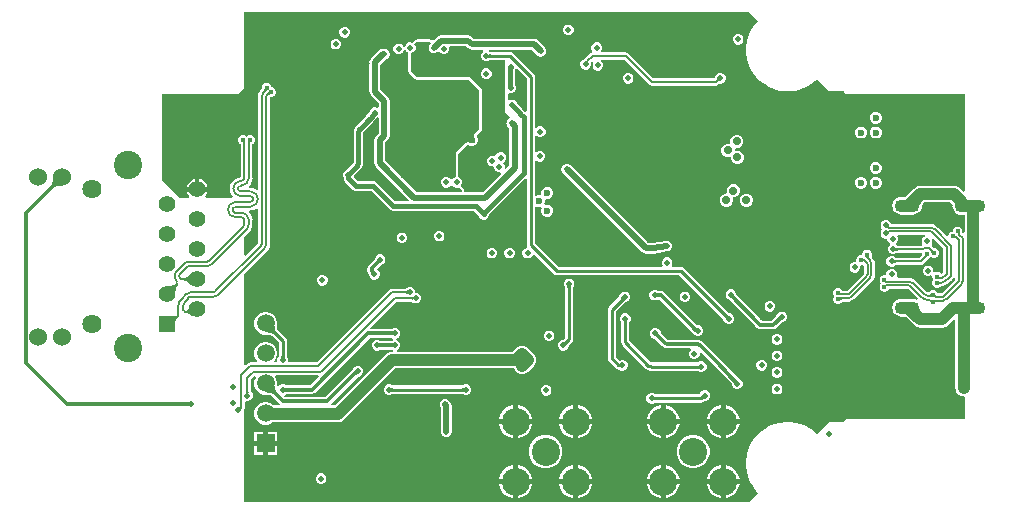
<source format=gbl>
G04*
G04 #@! TF.GenerationSoftware,Altium Limited,Altium Designer,24.4.1 (13)*
G04*
G04 Layer_Physical_Order=4*
G04 Layer_Color=16711680*
%FSLAX44Y44*%
%MOMM*%
G71*
G04*
G04 #@! TF.SameCoordinates,BB8F2AFE-483E-42EE-87DF-432BFCC133BD*
G04*
G04*
G04 #@! TF.FilePolarity,Positive*
G04*
G01*
G75*
%ADD12C,0.2000*%
%ADD15C,0.3000*%
%ADD60C,1.5000*%
%ADD82C,0.6000*%
%ADD83C,0.2861*%
%ADD84C,0.2000*%
%ADD85C,0.2030*%
%ADD86C,0.4000*%
%ADD88C,1.4000*%
%ADD89C,1.0000*%
%ADD90C,0.5000*%
%ADD92O,2.6000X1.1000*%
%ADD93O,2.1000X1.1000*%
%ADD94C,2.3850*%
%ADD95R,1.5000X1.5000*%
%ADD96C,1.6250*%
%ADD97C,2.4000*%
%ADD98C,1.5300*%
%ADD99R,1.4000X1.4000*%
%ADD100C,0.5000*%
%ADD101C,0.4200*%
%ADD102C,0.7000*%
G36*
X608814Y751110D02*
X608168Y750085D01*
X606502Y751190D01*
X607042Y752046D01*
X608814Y751110D01*
D02*
G37*
G36*
X611592Y747498D02*
X611579Y747496D01*
X611549Y747482D01*
X611503Y747457D01*
X611156Y747241D01*
X610725Y746958D01*
X609620Y748625D01*
X610650Y749282D01*
X611592Y747498D01*
D02*
G37*
G36*
X435624Y670250D02*
X434578Y670240D01*
X432689Y670097D01*
X431847Y669962D01*
X431071Y669787D01*
X430364Y669570D01*
X429724Y669312D01*
X429152Y669013D01*
X428647Y668672D01*
X428211Y668289D01*
X426089Y670411D01*
X426472Y670847D01*
X426813Y671352D01*
X427112Y671924D01*
X427370Y672564D01*
X427587Y673271D01*
X427762Y674046D01*
X427896Y674889D01*
X427989Y675800D01*
X428050Y677823D01*
X435624Y670250D01*
D02*
G37*
G36*
X1025251Y809749D02*
X1023629Y808126D01*
X1020836Y804486D01*
X1018542Y800513D01*
X1016786Y796274D01*
X1015599Y791843D01*
X1015000Y787294D01*
Y785000D01*
X1015000Y782706D01*
X1015598Y778157D01*
X1016786Y773725D01*
X1018541Y769486D01*
X1020835Y765513D01*
X1023628Y761873D01*
X1026873Y758629D01*
X1030513Y755836D01*
X1034486Y753542D01*
X1038725Y751786D01*
X1043157Y750599D01*
X1047706Y750000D01*
X1050000Y750000D01*
X1052294Y750000D01*
X1056842Y750598D01*
X1061274Y751786D01*
X1065513Y753541D01*
X1069487Y755835D01*
X1073127Y758629D01*
X1074749Y760251D01*
X1085000Y750000D01*
X1097451D01*
X1097645Y749025D01*
X1098198Y748198D01*
X1099025Y747645D01*
X1100000Y747451D01*
X1200000D01*
Y665386D01*
X1198827Y664900D01*
X1195734Y667992D01*
X1194272Y669115D01*
X1192569Y669820D01*
X1190742Y670060D01*
X1162458D01*
X1160630Y669820D01*
X1158928Y669115D01*
X1157465Y667992D01*
X1156791Y667318D01*
X1153094Y663779D01*
X1150915Y661923D01*
X1150094Y661308D01*
X1149456Y660893D01*
X1149205Y660765D01*
X1146100D01*
X1144142Y660507D01*
X1142318Y659751D01*
X1140751Y658549D01*
X1139549Y656982D01*
X1138793Y655158D01*
X1138535Y653200D01*
X1138793Y651242D01*
X1139549Y649418D01*
X1140751Y647851D01*
X1142318Y646649D01*
X1144142Y645893D01*
X1146100Y645635D01*
X1156100D01*
X1158058Y645893D01*
X1159882Y646649D01*
X1161449Y647851D01*
X1162651Y649418D01*
X1163407Y651242D01*
X1163665Y653200D01*
X1163657Y653260D01*
X1163657Y653311D01*
X1163668Y653357D01*
X1163763Y653587D01*
X1163964Y653957D01*
X1164276Y654435D01*
X1164675Y654974D01*
X1165523Y655940D01*
X1187818D01*
X1189677Y654080D01*
X1189535Y653000D01*
X1189793Y651042D01*
X1190549Y649218D01*
X1191751Y647651D01*
X1193318Y646449D01*
X1195142Y645693D01*
X1197100Y645435D01*
X1199940D01*
Y630750D01*
X1198670Y630057D01*
X1198084Y630434D01*
X1198046Y630627D01*
X1197984Y630719D01*
Y632203D01*
X1197360Y633710D01*
X1196207Y634863D01*
X1194700Y635487D01*
X1193069D01*
X1191562Y634863D01*
X1190408Y633710D01*
X1189784Y632203D01*
Y631341D01*
X1189304D01*
X1187797Y630717D01*
X1186644Y629564D01*
X1186020Y628057D01*
Y627698D01*
X1184750Y627172D01*
X1177451Y634471D01*
X1176563Y635373D01*
X1176563Y635373D01*
X1176563Y635373D01*
X1174857Y636681D01*
X1172850Y637513D01*
X1170697Y637796D01*
X1170696Y637784D01*
X1137568D01*
X1137065Y638999D01*
X1135799Y640265D01*
X1134145Y640950D01*
X1132355D01*
X1130701Y640265D01*
X1129435Y638999D01*
X1128750Y637345D01*
Y635555D01*
X1129435Y633901D01*
X1130236Y633100D01*
X1129435Y632299D01*
X1128750Y630645D01*
Y628855D01*
X1129435Y627201D01*
X1130701Y625935D01*
X1132355Y625250D01*
X1134145D01*
X1134500Y625013D01*
Y624105D01*
X1135185Y622451D01*
X1136323Y621313D01*
X1136452Y621140D01*
X1136471Y619802D01*
X1135764Y619095D01*
X1135079Y617441D01*
Y615651D01*
X1135764Y613997D01*
X1137030Y612731D01*
X1138684Y612046D01*
X1140474D01*
X1142128Y612731D01*
X1142308Y612911D01*
X1142346Y612932D01*
X1142406Y612961D01*
X1142474Y612989D01*
X1142552Y613014D01*
X1142642Y613037D01*
X1142717Y613051D01*
X1142863Y613066D01*
X1163650D01*
Y611684D01*
X1163711Y611537D01*
X1161233Y609059D01*
X1141535D01*
X1141484Y609067D01*
X1141419Y609083D01*
X1141370Y609099D01*
X1141334Y609114D01*
X1141307Y609128D01*
X1141285Y609142D01*
X1141265Y609159D01*
X1141178Y609239D01*
X1141037Y609327D01*
X1140549Y609815D01*
X1138895Y610500D01*
X1137105D01*
X1135451Y609815D01*
X1134185Y608549D01*
X1133500Y606895D01*
Y605105D01*
X1134185Y603451D01*
X1135451Y602185D01*
X1137105Y601500D01*
X1138895D01*
X1140549Y602185D01*
X1141037Y602673D01*
X1141178Y602761D01*
X1141265Y602841D01*
X1141285Y602858D01*
X1141307Y602872D01*
X1141334Y602886D01*
X1141370Y602901D01*
X1141419Y602917D01*
X1141483Y602933D01*
X1141535Y602941D01*
X1162500D01*
X1162500Y602941D01*
X1163671Y603174D01*
X1164663Y603837D01*
X1169320Y608495D01*
X1169612Y608778D01*
X1169730Y608882D01*
X1170072Y609024D01*
X1171125Y610077D01*
X1171677Y609524D01*
X1173184Y608900D01*
X1174816D01*
X1176322Y609524D01*
X1177476Y610677D01*
X1178100Y612184D01*
Y613815D01*
X1177476Y615322D01*
X1176322Y616476D01*
X1174816Y617100D01*
X1174242D01*
X1174239Y617102D01*
X1174217Y617117D01*
X1174169Y617156D01*
X1172163Y619163D01*
X1171926Y619321D01*
X1171815Y620451D01*
X1172500Y622105D01*
Y623895D01*
X1172158Y624720D01*
X1173235Y625439D01*
X1181941Y616733D01*
Y596809D01*
X1181328Y595977D01*
X1180111Y595687D01*
X1179072Y596726D01*
X1177566Y597350D01*
X1175934D01*
X1174673Y596828D01*
X1174606Y596843D01*
X1173858Y597258D01*
X1173500Y597594D01*
Y598895D01*
X1172815Y600549D01*
X1171549Y601815D01*
X1169895Y602500D01*
X1168105D01*
X1166451Y601815D01*
X1165185Y600549D01*
X1164500Y598895D01*
Y597105D01*
X1165185Y595451D01*
X1166451Y594185D01*
X1168105Y593500D01*
X1169895D01*
X1171405Y594125D01*
X1172058Y593864D01*
X1172650Y593490D01*
Y592434D01*
X1173274Y590928D01*
X1173752Y590450D01*
X1173274Y589972D01*
X1172650Y588465D01*
Y586834D01*
X1173274Y585327D01*
X1174427Y584174D01*
X1175934Y583550D01*
X1177566D01*
X1179072Y584174D01*
X1179841Y584943D01*
X1181316Y585236D01*
X1181562Y585400D01*
X1181613Y585414D01*
X1184813Y587001D01*
X1184911Y587077D01*
X1185481Y587313D01*
X1186935Y588428D01*
X1187895Y589165D01*
X1187908Y589182D01*
X1188768Y590096D01*
X1190413Y591741D01*
X1190671Y592128D01*
X1191941Y591742D01*
Y590267D01*
X1180855Y579181D01*
X1176824D01*
X1176476Y580022D01*
X1175322Y581176D01*
X1173816Y581800D01*
X1172184D01*
X1170677Y581176D01*
X1169524Y580022D01*
X1168678Y579980D01*
X1167575Y580382D01*
X1167575Y580382D01*
X1167540Y580382D01*
X1158286Y589636D01*
X1158286Y589636D01*
X1158284Y589648D01*
X1158285Y589649D01*
X1156582Y590956D01*
X1154575Y591788D01*
X1152421Y592071D01*
X1152421Y592059D01*
X1143027D01*
X1142178Y593329D01*
X1142500Y594105D01*
Y595895D01*
X1141815Y597549D01*
X1140549Y598815D01*
X1138895Y599500D01*
X1137105D01*
X1135451Y598815D01*
X1134185Y597549D01*
X1133500Y595895D01*
Y595438D01*
X1132807Y594350D01*
X1132327Y594350D01*
X1131176D01*
X1129669Y593726D01*
X1128516Y592572D01*
X1127892Y591065D01*
Y589434D01*
X1128516Y587928D01*
X1129011Y587432D01*
X1128516Y586937D01*
X1127892Y585430D01*
Y583799D01*
X1128516Y582292D01*
X1129669Y581139D01*
X1131176Y580514D01*
X1132807D01*
X1134314Y581139D01*
X1135468Y582292D01*
X1135633Y582691D01*
X1151075D01*
X1151983Y582691D01*
X1159995Y574679D01*
X1159276Y573602D01*
X1158058Y574107D01*
X1156100Y574365D01*
X1146100D01*
X1144142Y574107D01*
X1142318Y573351D01*
X1140751Y572149D01*
X1139549Y570582D01*
X1138793Y568758D01*
X1138535Y566800D01*
X1138793Y564842D01*
X1139549Y563018D01*
X1140751Y561451D01*
X1142318Y560249D01*
X1144142Y559493D01*
X1146100Y559235D01*
X1149205D01*
X1149456Y559107D01*
X1150028Y558735D01*
X1155827Y553646D01*
X1157465Y552008D01*
X1158928Y550886D01*
X1160630Y550180D01*
X1162458Y549940D01*
X1181000D01*
X1182827Y550180D01*
X1184530Y550886D01*
X1185992Y552008D01*
X1190766Y556781D01*
X1191940Y556295D01*
Y551000D01*
Y520000D01*
Y499000D01*
X1192180Y497173D01*
X1192886Y495470D01*
X1194007Y494007D01*
X1195470Y492886D01*
X1197173Y492180D01*
X1199000Y491940D01*
X1199045Y491945D01*
X1200000Y491108D01*
Y472549D01*
X1100000D01*
X1099025Y472355D01*
X1098198Y471802D01*
X1097645Y470975D01*
X1097451Y470000D01*
X1085000D01*
X1074749Y459749D01*
X1073126Y461371D01*
X1069486Y464164D01*
X1065513Y466458D01*
X1061274Y468214D01*
X1056842Y469401D01*
X1052293Y470000D01*
X1049999Y470000D01*
X1047705D01*
X1043157Y469401D01*
X1038725Y468213D01*
X1034486Y466458D01*
X1030513Y464164D01*
X1026873Y461371D01*
X1023629Y458126D01*
X1020836Y454486D01*
X1018542Y450513D01*
X1016786Y446274D01*
X1015599Y441843D01*
X1015000Y437294D01*
Y435000D01*
X1015000Y432706D01*
X1015598Y428157D01*
X1016786Y423725D01*
X1018541Y419486D01*
X1020835Y415513D01*
X1023628Y411873D01*
X1025251Y410251D01*
X1017549Y402549D01*
X590000Y402549D01*
Y480842D01*
X590326Y481329D01*
X590559Y482500D01*
Y487301D01*
X591605Y488000D01*
X593395D01*
X595049Y488685D01*
X596315Y489951D01*
X597000Y491605D01*
Y493395D01*
X596315Y495049D01*
X595827Y495537D01*
X595739Y495678D01*
X595658Y495765D01*
X595642Y495785D01*
X595628Y495807D01*
X595614Y495834D01*
X595599Y495870D01*
X595583Y495919D01*
X595567Y495983D01*
X595559Y496035D01*
Y506233D01*
X598378Y509052D01*
X599212Y508950D01*
X599842Y507669D01*
X599147Y506467D01*
X598500Y504051D01*
Y501549D01*
X599147Y499133D01*
X600398Y496967D01*
X602167Y495198D01*
X604333Y493947D01*
X606749Y493300D01*
X607155D01*
X607237Y493241D01*
X607268Y493234D01*
X607295Y493216D01*
X607654Y493145D01*
X608012Y493062D01*
X609908Y493004D01*
X610665Y492925D01*
X611363Y492813D01*
X611981Y492671D01*
X612515Y492506D01*
X612967Y492322D01*
X613338Y492126D01*
X613617Y491936D01*
X620023Y485530D01*
X619497Y484260D01*
X616457D01*
X614765Y484300D01*
X614516Y484319D01*
X613833Y485002D01*
X611667Y486253D01*
X609251Y486900D01*
X606749D01*
X604333Y486253D01*
X602167Y485002D01*
X600398Y483233D01*
X599147Y481067D01*
X598500Y478651D01*
Y476149D01*
X599147Y473733D01*
X600398Y471567D01*
X602167Y469798D01*
X604333Y468547D01*
X606749Y467900D01*
X609251D01*
X611667Y468547D01*
X613833Y469798D01*
X613976Y469941D01*
X617743Y470140D01*
X669700D01*
X671527Y470380D01*
X673230Y471086D01*
X674692Y472207D01*
X717924Y515440D01*
X818277D01*
X818885Y513970D01*
X820007Y512508D01*
X821470Y511385D01*
X823173Y510680D01*
X825000Y510440D01*
X826827Y510680D01*
X828530Y511385D01*
X829992Y512508D01*
X834992Y517508D01*
X836114Y518970D01*
X836820Y520673D01*
X837060Y522500D01*
X836820Y524327D01*
X836114Y526030D01*
X834992Y527492D01*
X829992Y532492D01*
X828530Y533615D01*
X826827Y534320D01*
X825000Y534560D01*
X823173Y534320D01*
X821470Y533615D01*
X820007Y532492D01*
X817075Y529560D01*
X719445D01*
X719193Y530830D01*
X720049Y531185D01*
X721315Y532451D01*
X722000Y534105D01*
Y535895D01*
X721315Y537549D01*
X720049Y538815D01*
X718813Y539327D01*
Y540673D01*
X720049Y541185D01*
X721315Y542451D01*
X722000Y544105D01*
Y545895D01*
X721315Y547549D01*
X720049Y548815D01*
X718395Y549500D01*
X716605D01*
X714951Y548815D01*
X714712Y548576D01*
X714607Y548568D01*
X697054D01*
X696568Y549742D01*
X718767Y571941D01*
X731465D01*
X731516Y571933D01*
X731581Y571917D01*
X731630Y571901D01*
X731666Y571886D01*
X731693Y571872D01*
X731715Y571858D01*
X731735Y571841D01*
X731822Y571761D01*
X731963Y571673D01*
X732451Y571185D01*
X734105Y570500D01*
X735895D01*
X737549Y571185D01*
X738815Y572451D01*
X739500Y574105D01*
Y575895D01*
X738815Y577549D01*
X737549Y578815D01*
X735895Y579500D01*
X734500D01*
Y580895D01*
X733815Y582549D01*
X732549Y583815D01*
X730895Y584500D01*
X729105D01*
X727451Y583815D01*
X726963Y583327D01*
X726822Y583239D01*
X726735Y583158D01*
X726715Y583142D01*
X726693Y583128D01*
X726666Y583114D01*
X726630Y583099D01*
X726581Y583083D01*
X726517Y583067D01*
X726465Y583059D01*
X715000D01*
X713829Y582826D01*
X712837Y582163D01*
X712837Y582163D01*
X651233Y520559D01*
X627699D01*
X627000Y521605D01*
Y523395D01*
X626315Y525049D01*
X626006Y525358D01*
X625998Y525479D01*
Y538900D01*
X625731Y540238D01*
X624973Y541373D01*
X618641Y547705D01*
X618456Y547981D01*
X618265Y548349D01*
X618085Y548802D01*
X617922Y549342D01*
X617783Y549968D01*
X617676Y550655D01*
X617547Y552374D01*
X617539Y553343D01*
X617500Y553529D01*
Y554851D01*
X616853Y557267D01*
X615602Y559433D01*
X613833Y561202D01*
X611667Y562453D01*
X609251Y563100D01*
X606749D01*
X604333Y562453D01*
X602167Y561202D01*
X600398Y559433D01*
X599147Y557267D01*
X598500Y554851D01*
Y552349D01*
X599147Y549933D01*
X600398Y547767D01*
X602167Y545998D01*
X604333Y544747D01*
X606749Y544100D01*
X607155D01*
X607240Y544040D01*
X607269Y544033D01*
X607295Y544016D01*
X607656Y543945D01*
X608015Y543862D01*
X609947Y543805D01*
X610720Y543728D01*
X611432Y543617D01*
X612058Y543478D01*
X612598Y543315D01*
X613051Y543135D01*
X613419Y542944D01*
X613694Y542759D01*
X619002Y537451D01*
Y525427D01*
X618997Y525361D01*
X618685Y525049D01*
X618000Y523395D01*
Y521605D01*
X617301Y520559D01*
X615590D01*
X615064Y521829D01*
X615602Y522367D01*
X616853Y524533D01*
X617500Y526949D01*
Y529451D01*
X616853Y531867D01*
X615602Y534033D01*
X613833Y535802D01*
X611667Y537053D01*
X609251Y537700D01*
X606749D01*
X604333Y537053D01*
X602167Y535802D01*
X600398Y534033D01*
X599147Y531867D01*
X598500Y529451D01*
Y526949D01*
X599147Y524533D01*
X600398Y522367D01*
X600936Y521829D01*
X600410Y520559D01*
X595000D01*
X593829Y520326D01*
X592837Y519663D01*
X592837Y519663D01*
X591173Y517999D01*
X590000Y518485D01*
Y595424D01*
X608220Y613644D01*
X609126Y614524D01*
X609126Y614524D01*
X610559Y616392D01*
X611460Y618567D01*
X611764Y620879D01*
X611755Y620879D01*
X611749Y620886D01*
X611749Y736370D01*
Y743977D01*
X611934Y745150D01*
X613565D01*
X615072Y745774D01*
X616226Y746927D01*
X616850Y748434D01*
Y750066D01*
X616226Y751572D01*
X615072Y752726D01*
X613565Y753350D01*
X612890D01*
Y754025D01*
X612266Y755532D01*
X611113Y756686D01*
X609606Y757310D01*
X607975D01*
X606468Y756686D01*
X605314Y755532D01*
X604690Y754025D01*
Y753002D01*
X604300Y751894D01*
Y751894D01*
X602881Y750044D01*
X601980Y747869D01*
X601673Y745535D01*
X601691D01*
Y738343D01*
X601691Y736370D01*
X601691Y667096D01*
X600552Y666535D01*
X599821Y667096D01*
X597524Y668047D01*
X595060Y668372D01*
Y668372D01*
X594371Y668599D01*
X594042Y669924D01*
X594138Y669998D01*
X595651Y671970D01*
X596602Y674266D01*
X596926Y676730D01*
X596904D01*
Y686000D01*
Y705351D01*
X597322Y705524D01*
X598476Y706677D01*
X599100Y708184D01*
Y709816D01*
X598476Y711322D01*
X597322Y712476D01*
X595816Y713100D01*
X594184D01*
X592677Y712476D01*
X591875Y711673D01*
X591072Y712476D01*
X589566Y713100D01*
X587934D01*
X586427Y712476D01*
X585274Y711322D01*
X584650Y709816D01*
Y708184D01*
X585274Y706677D01*
X586427Y705524D01*
X586846Y705351D01*
Y686000D01*
Y677282D01*
X584610Y676987D01*
X582314Y676036D01*
X580342Y674523D01*
X578829Y672551D01*
X577878Y670255D01*
X577553Y667790D01*
X577878Y665326D01*
X578829Y663029D01*
X580179Y661270D01*
X579827Y660000D01*
X557187D01*
X556701Y661173D01*
X557202Y661674D01*
X558387Y663726D01*
X558782Y665200D01*
X550000D01*
X541218D01*
X541613Y663726D01*
X542798Y661674D01*
X543299Y661173D01*
X542813Y660000D01*
X535000D01*
X520000Y675000D01*
Y747500D01*
X585000D01*
X590000Y752500D01*
Y817451D01*
X1017549Y817451D01*
X1025251Y809749D01*
D02*
G37*
G36*
X1165993Y659464D02*
X1165122Y658575D01*
X1163087Y656256D01*
X1162601Y655600D01*
X1162212Y655003D01*
X1161918Y654464D01*
X1161721Y653984D01*
X1161621Y653563D01*
X1161617Y653200D01*
X1148963Y658686D01*
X1149328Y658650D01*
X1149833Y658796D01*
X1150478Y659125D01*
X1151263Y659636D01*
X1152189Y660330D01*
X1154461Y662264D01*
X1158922Y666535D01*
X1165993Y659464D01*
D02*
G37*
G36*
X601691Y650604D02*
Y621339D01*
X600847Y620495D01*
X591173Y610821D01*
X590000Y611307D01*
Y626852D01*
X594278Y631130D01*
X594295Y631125D01*
X595714Y632975D01*
X596615Y635150D01*
X596922Y637483D01*
X596904D01*
Y640970D01*
X596926D01*
X596602Y643435D01*
X595651Y645731D01*
X594138Y647703D01*
X594042Y647776D01*
X594371Y649101D01*
X595060Y649329D01*
Y649329D01*
X597524Y649653D01*
X599821Y650604D01*
X600552Y651166D01*
X601691Y650604D01*
D02*
G37*
G36*
X1166251Y627146D02*
X1165451Y626815D01*
X1164185Y625549D01*
X1163500Y623895D01*
Y622105D01*
X1164045Y620789D01*
X1164185Y620451D01*
X1163819Y619374D01*
X1163656Y619184D01*
X1143305D01*
X1142256Y620233D01*
X1142127Y620406D01*
X1142108Y621744D01*
X1142815Y622451D01*
X1143500Y624105D01*
Y625895D01*
X1142982Y627146D01*
X1143607Y628416D01*
X1165998D01*
X1166251Y627146D01*
D02*
G37*
G36*
X1141758Y617810D02*
X1141896Y617666D01*
X1142049Y617539D01*
X1142215Y617429D01*
X1142396Y617336D01*
X1142591Y617260D01*
X1142800Y617201D01*
X1143023Y617159D01*
X1143260Y617133D01*
X1143511Y617125D01*
X1143136Y615125D01*
X1142889Y615119D01*
X1142420Y615070D01*
X1142198Y615028D01*
X1141985Y614974D01*
X1141780Y614907D01*
X1141584Y614829D01*
X1141395Y614738D01*
X1141216Y614635D01*
X1141044Y614520D01*
X1141634Y617970D01*
X1141758Y617810D01*
D02*
G37*
G36*
X1172671Y615750D02*
X1172983Y615491D01*
X1173134Y615386D01*
X1173283Y615298D01*
X1173428Y615225D01*
X1173570Y615169D01*
X1173710Y615130D01*
X1173846Y615107D01*
X1173979Y615100D01*
X1171900Y613021D01*
X1171893Y613154D01*
X1171870Y613290D01*
X1171831Y613430D01*
X1171775Y613572D01*
X1171702Y613717D01*
X1171614Y613866D01*
X1171509Y614017D01*
X1171388Y614171D01*
X1171250Y614329D01*
X1171096Y614490D01*
X1172510Y615904D01*
X1172671Y615750D01*
D02*
G37*
G36*
X1168592Y610576D02*
X1168542Y610546D01*
X1168464Y610485D01*
X1168226Y610275D01*
X1166844Y608930D01*
X1165294Y610209D01*
X1165449Y610371D01*
X1165581Y610529D01*
X1165692Y610681D01*
X1165781Y610828D01*
X1165848Y610969D01*
X1165893Y611105D01*
X1165916Y611236D01*
X1165917Y611362D01*
X1165897Y611482D01*
X1165854Y611597D01*
X1168592Y610576D01*
D02*
G37*
G36*
X1139938Y607607D02*
X1140101Y607480D01*
X1140275Y607368D01*
X1140459Y607270D01*
X1140654Y607188D01*
X1140860Y607120D01*
X1141077Y607067D01*
X1141304Y607030D01*
X1141543Y607007D01*
X1141791Y607000D01*
Y605000D01*
X1141543Y604992D01*
X1141304Y604970D01*
X1141077Y604933D01*
X1140860Y604880D01*
X1140654Y604813D01*
X1140459Y604730D01*
X1140275Y604632D01*
X1140101Y604520D01*
X1139938Y604393D01*
X1139785Y604250D01*
Y607750D01*
X1139938Y607607D01*
D02*
G37*
G36*
X1178859Y593305D02*
X1178891Y593256D01*
X1178941Y593214D01*
X1179009Y593178D01*
X1179097Y593149D01*
X1179203Y593127D01*
X1179328Y593111D01*
X1179472Y593102D01*
X1179815Y593103D01*
X1178683Y591175D01*
X1177725Y591390D01*
X1178847Y593360D01*
X1178859Y593305D01*
D02*
G37*
G36*
X545001Y586100D02*
X544252Y586841D01*
X542844Y588089D01*
X542185Y588596D01*
X541557Y589025D01*
X540960Y589376D01*
X540392Y589649D01*
X539855Y589844D01*
X539348Y589961D01*
X538872Y590000D01*
Y592000D01*
X539348Y592039D01*
X539855Y592156D01*
X540392Y592351D01*
X540960Y592624D01*
X541557Y592975D01*
X542185Y593404D01*
X542844Y593911D01*
X544252Y595159D01*
X545001Y595900D01*
Y586100D01*
D02*
G37*
G36*
X533176Y585462D02*
X532867Y585097D01*
X532591Y584656D01*
X532349Y584138D01*
X532141Y583544D01*
X531966Y582873D01*
X531826Y582126D01*
X531718Y581302D01*
X531605Y579424D01*
X531600Y578370D01*
X524670Y585300D01*
X525724Y585306D01*
X527602Y585419D01*
X528426Y585526D01*
X529173Y585666D01*
X529844Y585841D01*
X530438Y586049D01*
X530956Y586291D01*
X531397Y586567D01*
X531762Y586876D01*
X533176Y585462D01*
D02*
G37*
G36*
X728215Y578250D02*
X728062Y578392D01*
X727899Y578520D01*
X727725Y578633D01*
X727541Y578730D01*
X727346Y578812D01*
X727140Y578880D01*
X726923Y578932D01*
X726696Y578970D01*
X726458Y578993D01*
X726209Y579000D01*
Y581000D01*
X726458Y581007D01*
X726696Y581030D01*
X726923Y581068D01*
X727140Y581120D01*
X727346Y581188D01*
X727541Y581270D01*
X727725Y581367D01*
X727899Y581480D01*
X728062Y581608D01*
X728215Y581750D01*
Y578250D01*
D02*
G37*
G36*
X733215Y573250D02*
X733062Y573392D01*
X732899Y573520D01*
X732725Y573633D01*
X732541Y573730D01*
X732346Y573812D01*
X732140Y573880D01*
X731923Y573932D01*
X731696Y573970D01*
X731458Y573993D01*
X731209Y574000D01*
Y576000D01*
X731458Y576007D01*
X731696Y576030D01*
X731923Y576068D01*
X732140Y576120D01*
X732346Y576188D01*
X732541Y576270D01*
X732725Y576367D01*
X732899Y576480D01*
X733062Y576608D01*
X733215Y576750D01*
Y573250D01*
D02*
G37*
G36*
X545838Y559972D02*
X545212Y560415D01*
X543988Y561161D01*
X543390Y561464D01*
X542802Y561721D01*
X542222Y561931D01*
X541653Y562094D01*
X541092Y562211D01*
X540541Y562281D01*
X540000Y562304D01*
Y564304D01*
X540463Y564335D01*
X540896Y564429D01*
X541297Y564586D01*
X541668Y564805D01*
X542008Y565087D01*
X542317Y565432D01*
X542595Y565840D01*
X542843Y566310D01*
X543060Y566842D01*
X543246Y567438D01*
X545838Y559972D01*
D02*
G37*
G36*
X532984Y557570D02*
X532711Y557283D01*
X532466Y556997D01*
X532250Y556712D01*
X532063Y556427D01*
X531904Y556144D01*
X531774Y555862D01*
X531673Y555580D01*
X531599Y555300D01*
X531555Y555020D01*
X531539Y554741D01*
X531570Y559869D01*
X531741Y559873D01*
X532049Y559898D01*
X532187Y559920D01*
X532312Y559948D01*
X532427Y559983D01*
X532529Y560023D01*
X532621Y560071D01*
X532701Y560124D01*
X532770Y560184D01*
X532984Y557570D01*
D02*
G37*
G36*
X1161621Y566437D02*
X1161721Y566016D01*
X1161918Y565536D01*
X1162212Y564997D01*
X1162601Y564400D01*
X1163087Y563744D01*
X1164348Y562257D01*
X1165993Y560536D01*
X1158922Y553465D01*
X1157295Y555071D01*
X1151263Y560364D01*
X1150478Y560875D01*
X1149833Y561204D01*
X1149328Y561350D01*
X1148963Y561314D01*
X1161617Y566800D01*
X1161621Y566437D01*
D02*
G37*
G36*
X615509Y552289D02*
X615648Y550421D01*
X615778Y549590D01*
X615948Y548825D01*
X616158Y548129D01*
X616408Y547501D01*
X616698Y546940D01*
X617029Y546448D01*
X617399Y546023D01*
X615377Y544001D01*
X614952Y544371D01*
X614459Y544702D01*
X613899Y544992D01*
X613271Y545242D01*
X612575Y545452D01*
X611810Y545622D01*
X610978Y545752D01*
X610079Y545841D01*
X608075Y545900D01*
X615500Y553325D01*
X615509Y552289D01*
D02*
G37*
G36*
X715715Y543250D02*
X715653Y543298D01*
X715568Y543340D01*
X715457Y543377D01*
X715323Y543410D01*
X715163Y543438D01*
X714771Y543478D01*
X714282Y543498D01*
X714000Y543500D01*
Y546500D01*
X714282Y546502D01*
X715163Y546562D01*
X715323Y546590D01*
X715457Y546623D01*
X715568Y546660D01*
X715653Y546702D01*
X715715Y546750D01*
Y543250D01*
D02*
G37*
G36*
X714951Y541185D02*
X716187Y540673D01*
Y539327D01*
X714951Y538815D01*
X714712Y538576D01*
X714607Y538568D01*
X705295D01*
X705049Y538815D01*
X703395Y539500D01*
X701605D01*
X699951Y538815D01*
X698685Y537549D01*
X698000Y535895D01*
Y534105D01*
X698685Y532451D01*
X699951Y531185D01*
X701605Y530500D01*
X703395D01*
X705049Y531185D01*
X705288Y531424D01*
X705393Y531431D01*
X714705D01*
X714951Y531185D01*
X715807Y530830D01*
X715555Y529560D01*
X715000D01*
X713173Y529320D01*
X711470Y528614D01*
X710007Y527492D01*
X666776Y484260D01*
X663562D01*
X663036Y485530D01*
X686005Y508500D01*
X686895D01*
X688549Y509185D01*
X689815Y510451D01*
X690500Y512105D01*
Y513895D01*
X689815Y515549D01*
X688549Y516815D01*
X686895Y517500D01*
X685105D01*
X683451Y516815D01*
X682185Y515549D01*
X681653Y514265D01*
X681468Y514056D01*
X658481Y491069D01*
X624723D01*
X623866Y492044D01*
X624136Y493307D01*
X625049Y493685D01*
X625288Y493924D01*
X625393Y493931D01*
X647500D01*
X648866Y494203D01*
X650023Y494977D01*
X696478Y541431D01*
X714705D01*
X714951Y541185D01*
D02*
G37*
G36*
X715715Y533250D02*
X715653Y533298D01*
X715568Y533340D01*
X715457Y533377D01*
X715323Y533410D01*
X715163Y533438D01*
X714771Y533478D01*
X714282Y533498D01*
X714000Y533500D01*
Y536500D01*
X714282Y536502D01*
X715163Y536562D01*
X715323Y536590D01*
X715457Y536623D01*
X715568Y536660D01*
X715653Y536702D01*
X715715Y536750D01*
Y533250D01*
D02*
G37*
G36*
X704347Y536702D02*
X704432Y536660D01*
X704543Y536623D01*
X704677Y536590D01*
X704837Y536562D01*
X705228Y536522D01*
X705718Y536502D01*
X706000Y536500D01*
Y533500D01*
X705718Y533498D01*
X704837Y533438D01*
X704677Y533410D01*
X704543Y533377D01*
X704432Y533340D01*
X704347Y533298D01*
X704285Y533250D01*
Y536750D01*
X704347Y536702D01*
D02*
G37*
G36*
X623933Y525771D02*
X623981Y525071D01*
X624010Y524883D01*
X624045Y524718D01*
X624087Y524576D01*
X624135Y524456D01*
X624189Y524359D01*
X624250Y524285D01*
X620750D01*
X620811Y524359D01*
X620865Y524456D01*
X620913Y524576D01*
X620955Y524718D01*
X620990Y524883D01*
X621018Y525071D01*
X621057Y525515D01*
X621070Y526050D01*
X623930D01*
X623933Y525771D01*
D02*
G37*
G36*
X685593Y510533D02*
X685504Y510536D01*
X685403Y510517D01*
X685290Y510475D01*
X685164Y510411D01*
X685026Y510326D01*
X684875Y510218D01*
X684537Y509937D01*
X684348Y509763D01*
X684148Y509568D01*
X682445Y512108D01*
X682645Y512309D01*
X683473Y513244D01*
X683510Y513310D01*
X683526Y513358D01*
X685593Y510533D01*
D02*
G37*
G36*
X652600Y509443D02*
X653126Y508172D01*
X646022Y501068D01*
X625295D01*
X625049Y501315D01*
X623395Y502000D01*
X621605D01*
X619951Y501315D01*
X618923Y500287D01*
X617854Y500515D01*
X617622Y500645D01*
X617548Y501596D01*
X617539Y502545D01*
X617500Y502730D01*
Y504051D01*
X616853Y506467D01*
X615845Y508213D01*
X616423Y509482D01*
X652600Y509443D01*
D02*
G37*
G36*
X624347Y499202D02*
X624432Y499160D01*
X624543Y499123D01*
X624677Y499090D01*
X624837Y499062D01*
X625228Y499022D01*
X625718Y499002D01*
X626000Y499000D01*
Y496000D01*
X625718Y495998D01*
X624837Y495938D01*
X624677Y495910D01*
X624543Y495877D01*
X624432Y495840D01*
X624347Y495798D01*
X624285Y495750D01*
Y499250D01*
X624347Y499202D01*
D02*
G37*
G36*
X593507Y496043D02*
X593530Y495804D01*
X593567Y495577D01*
X593620Y495360D01*
X593688Y495154D01*
X593770Y494959D01*
X593867Y494775D01*
X593980Y494601D01*
X594107Y494438D01*
X594250Y494285D01*
X590750D01*
X590892Y494438D01*
X591020Y494601D01*
X591133Y494775D01*
X591230Y494959D01*
X591312Y495154D01*
X591380Y495360D01*
X591432Y495577D01*
X591470Y495804D01*
X591493Y496043D01*
X591500Y496291D01*
X593500D01*
X593507Y496043D01*
D02*
G37*
G36*
X615509Y501507D02*
X615652Y499668D01*
X615785Y498846D01*
X615958Y498089D01*
X616172Y497397D01*
X616428Y496771D01*
X616724Y496209D01*
X617061Y495713D01*
X617439Y495283D01*
X615317Y493161D01*
X614887Y493539D01*
X614390Y493876D01*
X613829Y494172D01*
X613203Y494427D01*
X612511Y494642D01*
X611754Y494815D01*
X610932Y494948D01*
X610045Y495040D01*
X608075Y495100D01*
X615500Y502525D01*
X615509Y501507D01*
D02*
G37*
G36*
X543215Y483250D02*
X543153Y483298D01*
X543068Y483340D01*
X542957Y483377D01*
X542823Y483410D01*
X542663Y483438D01*
X542271Y483478D01*
X541782Y483498D01*
X541500Y483500D01*
Y486500D01*
X541782Y486502D01*
X542663Y486562D01*
X542823Y486590D01*
X542957Y486623D01*
X543068Y486660D01*
X543153Y486702D01*
X543215Y486750D01*
Y483250D01*
D02*
G37*
G36*
X588207Y481793D02*
X588042Y481625D01*
X587570Y481082D01*
X587499Y480979D01*
X587447Y480888D01*
X587413Y480810D01*
X587398Y480745D01*
X587402Y480693D01*
X585693Y482402D01*
X585745Y482398D01*
X585810Y482413D01*
X585888Y482447D01*
X585979Y482499D01*
X586082Y482570D01*
X586199Y482660D01*
X586470Y482896D01*
X586793Y483207D01*
X588207Y481793D01*
D02*
G37*
G36*
X613447Y482402D02*
X613624Y482360D01*
X613885Y482323D01*
X614662Y482262D01*
X617235Y482202D01*
X618090Y482200D01*
Y472200D01*
X613356Y471950D01*
Y482450D01*
X613447Y482402D01*
D02*
G37*
%LPC*%
G36*
X865337Y806500D02*
X863547D01*
X861893Y805815D01*
X860627Y804549D01*
X859942Y802895D01*
Y801105D01*
X860627Y799451D01*
X861893Y798185D01*
X863547Y797500D01*
X865337D01*
X866991Y798185D01*
X868257Y799451D01*
X868942Y801105D01*
Y802895D01*
X868257Y804549D01*
X866991Y805815D01*
X865337Y806500D01*
D02*
G37*
G36*
X675895Y804500D02*
X674105D01*
X672451Y803815D01*
X671185Y802549D01*
X670500Y800895D01*
Y799105D01*
X671185Y797451D01*
X672451Y796185D01*
X674105Y795500D01*
X675895D01*
X677549Y796185D01*
X678815Y797451D01*
X679500Y799105D01*
Y800895D01*
X678815Y802549D01*
X677549Y803815D01*
X675895Y804500D01*
D02*
G37*
G36*
X779558Y797588D02*
X756558D01*
X754802Y797239D01*
X753314Y796244D01*
X750384Y793315D01*
X748852Y793442D01*
X748190Y793884D01*
X747410Y794039D01*
X736000D01*
X735220Y793884D01*
X734558Y793442D01*
X732519Y791403D01*
X732519Y791403D01*
X732339Y791133D01*
X731453Y791500D01*
X729663D01*
X728009Y790815D01*
X726743Y789549D01*
X726058Y787895D01*
Y787800D01*
X724788Y787547D01*
X724373Y788549D01*
X723107Y789815D01*
X721453Y790500D01*
X719663D01*
X718009Y789815D01*
X716743Y788549D01*
X716058Y786895D01*
Y785105D01*
X716743Y783451D01*
X718009Y782185D01*
X719663Y781500D01*
X721453D01*
X723107Y782185D01*
X724373Y783451D01*
X725058Y785105D01*
Y785200D01*
X726328Y785453D01*
X726743Y784451D01*
X728009Y783185D01*
X729014Y782769D01*
X728961Y782500D01*
Y767000D01*
X728961Y767000D01*
X729116Y766220D01*
X729558Y765558D01*
X734558Y760558D01*
X735220Y760116D01*
X736000Y759961D01*
X780155D01*
X788961Y751155D01*
Y717845D01*
X784873Y713756D01*
X784431Y713095D01*
X784275Y712315D01*
X784431Y711534D01*
X784873Y710873D01*
X785068Y710677D01*
X785519Y709589D01*
Y708411D01*
X785068Y707323D01*
X784235Y706490D01*
X783147Y706039D01*
X781969D01*
X780881Y706490D01*
X780685Y706685D01*
X780024Y707128D01*
X779243Y707283D01*
X778463Y707128D01*
X777802Y706685D01*
X777802Y706685D01*
X769558Y698442D01*
X769116Y697780D01*
X768961Y697000D01*
Y677457D01*
X768964Y677441D01*
X767451Y676815D01*
X766185Y675549D01*
X764815D01*
X763549Y676815D01*
X761895Y677500D01*
X760105D01*
X758451Y676815D01*
X757185Y675549D01*
X756500Y673895D01*
Y672105D01*
X757185Y670451D01*
X758451Y669185D01*
X760105Y668500D01*
X761895D01*
X763549Y669185D01*
X764815Y670451D01*
X766185D01*
X767451Y669185D01*
X769105Y668500D01*
X770895D01*
X771492Y668747D01*
X771740Y668376D01*
X773961Y666155D01*
Y664588D01*
X735973D01*
X709180Y691382D01*
Y706743D01*
X711802Y709366D01*
X712797Y710855D01*
X713146Y712610D01*
Y742000D01*
X712797Y743756D01*
X711802Y745244D01*
X705146Y751900D01*
Y772599D01*
X709613Y777066D01*
X709871Y777173D01*
X710314Y777261D01*
X710690Y777512D01*
X711107Y777685D01*
X711427Y778005D01*
X711802Y778256D01*
X712054Y778632D01*
X712373Y778951D01*
X712546Y779368D01*
X712797Y779744D01*
X712885Y780187D01*
X713058Y780605D01*
Y781057D01*
X713146Y781500D01*
X713058Y781943D01*
Y782395D01*
X712885Y782813D01*
X712797Y783256D01*
X712546Y783632D01*
X712373Y784049D01*
X712054Y784369D01*
X711802Y784744D01*
X711427Y784995D01*
X711107Y785315D01*
X710690Y785488D01*
X710314Y785739D01*
X709871Y785827D01*
X709453Y786000D01*
X709001D01*
X708558Y786088D01*
X707558D01*
X705802Y785739D01*
X704314Y784744D01*
X697314Y777744D01*
X696319Y776256D01*
X695970Y774500D01*
X696058Y774057D01*
Y773943D01*
X695970Y773500D01*
Y750000D01*
X696319Y748244D01*
X697314Y746756D01*
X703970Y740099D01*
Y736611D01*
X702700Y735984D01*
X701453Y736500D01*
X699663D01*
X698009Y735815D01*
X696743Y734549D01*
X696156Y733132D01*
X692924Y729364D01*
X692055Y728438D01*
X692053Y728433D01*
X692058Y728356D01*
X691403Y727645D01*
X691074Y727287D01*
X690993Y727286D01*
X690992Y727285D01*
X690990Y727280D01*
X690133Y726342D01*
X684846Y721055D01*
X684767Y720938D01*
X683570Y719378D01*
X682764Y717432D01*
X682507Y715482D01*
X682480Y715343D01*
X682480Y690913D01*
X682449Y689726D01*
X682421Y689657D01*
X682428Y689638D01*
X675714Y682924D01*
X675451Y682815D01*
X674185Y681549D01*
X673500Y679895D01*
Y678105D01*
X674113Y676625D01*
Y676367D01*
X674113Y676367D01*
X674423Y674806D01*
X675307Y673483D01*
X680322Y668469D01*
X680743Y667451D01*
X682009Y666185D01*
X683663Y665500D01*
X685453D01*
X686471Y665922D01*
X697311D01*
X713116Y650116D01*
X713116Y650116D01*
X714439Y649232D01*
X716000Y648922D01*
X784182D01*
X788100Y645004D01*
X788743Y643451D01*
X790009Y642185D01*
X791663Y641500D01*
X793453D01*
X795107Y642185D01*
X796373Y643451D01*
X797058Y645105D01*
Y645732D01*
X827829Y676503D01*
X829003Y676017D01*
Y620000D01*
X829247Y618770D01*
X829224Y618565D01*
X828645Y617309D01*
X827451Y616815D01*
X826185Y615549D01*
X825500Y613895D01*
Y612105D01*
X826185Y610451D01*
X827451Y609185D01*
X829105Y608500D01*
X830895D01*
X832549Y609185D01*
X833815Y610451D01*
X834252Y611506D01*
X835673Y611880D01*
X852207Y595347D01*
X853342Y594588D01*
X854680Y594322D01*
X958232D01*
X995457Y557096D01*
X995500Y557046D01*
Y556605D01*
X996185Y554951D01*
X997451Y553685D01*
X999105Y553000D01*
X1000895D01*
X1002549Y553685D01*
X1003815Y554951D01*
X1004500Y556605D01*
Y558395D01*
X1003815Y560049D01*
X1002549Y561315D01*
X1000895Y562000D01*
X1000458D01*
X1000367Y562079D01*
X962153Y600293D01*
X961019Y601051D01*
X959680Y601317D01*
X952340D01*
X951871Y602587D01*
X952500Y604105D01*
Y605895D01*
X951815Y607549D01*
X950549Y608815D01*
X948895Y609500D01*
X947105D01*
X945451Y608815D01*
X944185Y607549D01*
X943500Y605895D01*
Y604105D01*
X944129Y602587D01*
X943660Y601317D01*
X856129D01*
X835997Y621449D01*
Y651830D01*
X837268Y652537D01*
X838564Y652000D01*
X840553D01*
X841110Y652231D01*
X842082Y651259D01*
X841558Y649995D01*
Y648006D01*
X842319Y646168D01*
X843726Y644761D01*
X845564Y644000D01*
X847553D01*
X849390Y644761D01*
X850797Y646168D01*
X851558Y648006D01*
Y649995D01*
X850797Y651832D01*
X849390Y653239D01*
X847553Y654000D01*
X845564D01*
X845006Y653769D01*
X844035Y654741D01*
X844558Y656005D01*
Y657995D01*
X844482Y658178D01*
X845380Y659076D01*
X845564Y659000D01*
X847553D01*
X849390Y659761D01*
X850797Y661168D01*
X851558Y663006D01*
Y664995D01*
X850797Y666832D01*
X849390Y668239D01*
X847553Y669000D01*
X845564D01*
X843726Y668239D01*
X842319Y666832D01*
X841558Y664995D01*
Y663006D01*
X841634Y662822D01*
X840736Y661924D01*
X840553Y662000D01*
X838564D01*
X837268Y661463D01*
X835997Y662170D01*
Y690843D01*
X837268Y691368D01*
X837451Y691185D01*
X839105Y690500D01*
X840895D01*
X842549Y691185D01*
X843815Y692451D01*
X844500Y694105D01*
Y695895D01*
X843815Y697549D01*
X842549Y698815D01*
X840895Y699500D01*
X839105D01*
X837451Y698815D01*
X837268Y698631D01*
X835997Y699157D01*
Y712401D01*
X837268Y712927D01*
X838009Y712185D01*
X839663Y711500D01*
X841453D01*
X843107Y712185D01*
X844373Y713451D01*
X845058Y715105D01*
Y716895D01*
X844373Y718549D01*
X843107Y719815D01*
X841453Y720500D01*
X839663D01*
X838009Y719815D01*
X837268Y719073D01*
X835997Y719599D01*
Y762500D01*
X835731Y763838D01*
X834973Y764973D01*
X817473Y782473D01*
X816338Y783231D01*
X815000Y783497D01*
X797927D01*
X797861Y783503D01*
X797549Y783815D01*
X796760Y784142D01*
X797012Y785412D01*
X833100D01*
X837756Y780756D01*
X838131Y780505D01*
X838451Y780185D01*
X838868Y780012D01*
X839244Y779761D01*
X839687Y779673D01*
X840105Y779500D01*
X840557D01*
X841000Y779412D01*
X841443Y779500D01*
X841895D01*
X842312Y779673D01*
X842756Y779761D01*
X843132Y780012D01*
X843549Y780185D01*
X843868Y780505D01*
X844244Y780756D01*
X844495Y781131D01*
X844815Y781451D01*
X844988Y781868D01*
X845239Y782244D01*
X845327Y782687D01*
X845500Y783105D01*
Y783557D01*
X845588Y784000D01*
X845500Y784443D01*
Y784895D01*
X845327Y785312D01*
X845239Y785756D01*
X844988Y786132D01*
X844815Y786549D01*
X844495Y786869D01*
X844244Y787244D01*
X838244Y793244D01*
X836756Y794239D01*
X835000Y794588D01*
X784459D01*
X782802Y796244D01*
X781314Y797239D01*
X779558Y797588D01*
D02*
G37*
G36*
X1008895Y798500D02*
X1007105D01*
X1005451Y797815D01*
X1004185Y796549D01*
X1003500Y794895D01*
Y793105D01*
X1004185Y791451D01*
X1005451Y790185D01*
X1007105Y789500D01*
X1008895D01*
X1010549Y790185D01*
X1011815Y791451D01*
X1012500Y793105D01*
Y794895D01*
X1011815Y796549D01*
X1010549Y797815D01*
X1008895Y798500D01*
D02*
G37*
G36*
X668395Y794500D02*
X666605D01*
X664951Y793815D01*
X663685Y792549D01*
X663000Y790895D01*
Y789105D01*
X663685Y787451D01*
X664951Y786185D01*
X666605Y785500D01*
X668395D01*
X670049Y786185D01*
X671315Y787451D01*
X672000Y789105D01*
Y790895D01*
X671315Y792549D01*
X670049Y793815D01*
X668395Y794500D01*
D02*
G37*
G36*
X915895Y765500D02*
X914105D01*
X912451Y764815D01*
X911185Y763549D01*
X910500Y761895D01*
Y760105D01*
X911185Y758451D01*
X912451Y757185D01*
X914105Y756500D01*
X915895D01*
X917549Y757185D01*
X918815Y758451D01*
X919500Y760105D01*
Y761895D01*
X918815Y763549D01*
X917549Y764815D01*
X915895Y765500D01*
D02*
G37*
G36*
X889337Y791500D02*
X887547D01*
X885893Y790815D01*
X884627Y789549D01*
X883942Y787895D01*
Y786105D01*
X884627Y784451D01*
X884760Y784318D01*
X884339Y782943D01*
X883824Y782840D01*
X882826Y782174D01*
X882826Y782174D01*
X878184Y777532D01*
X878163Y777500D01*
X878105D01*
X876451Y776815D01*
X875185Y775549D01*
X874500Y773895D01*
Y772105D01*
X875185Y770451D01*
X876451Y769185D01*
X878105Y768500D01*
X879895D01*
X881549Y769185D01*
X882815Y770451D01*
X883500Y772105D01*
Y773895D01*
X883425Y774077D01*
X884683Y775335D01*
X885627Y774549D01*
X884942Y772895D01*
Y771105D01*
X885627Y769451D01*
X886893Y768185D01*
X888547Y767500D01*
X890337D01*
X891991Y768185D01*
X893257Y769451D01*
X893942Y771105D01*
Y772895D01*
X893257Y774549D01*
X892150Y775656D01*
X892282Y776406D01*
X892539Y776926D01*
X911727D01*
X932826Y755826D01*
X932826Y755826D01*
X933824Y755160D01*
X935000Y754926D01*
X989413D01*
X989413Y754926D01*
X990589Y755160D01*
X991587Y755826D01*
X992260Y756500D01*
X993895D01*
X995549Y757185D01*
X996815Y758451D01*
X997500Y760105D01*
Y761895D01*
X996815Y763549D01*
X995549Y764815D01*
X993895Y765500D01*
X992105D01*
X990451Y764815D01*
X989185Y763549D01*
X988500Y761895D01*
Y761639D01*
X988491Y761606D01*
X988470Y761547D01*
X988443Y761484D01*
X988406Y761413D01*
X988359Y761334D01*
X988315Y761270D01*
X988223Y761158D01*
X988139Y761074D01*
X936273D01*
X915174Y782174D01*
X914176Y782840D01*
X913000Y783074D01*
X913000Y783074D01*
X892676D01*
X892150Y784344D01*
X892257Y784451D01*
X892942Y786105D01*
Y787895D01*
X892257Y789549D01*
X890991Y790815D01*
X889337Y791500D01*
D02*
G37*
G36*
X1125496Y732670D02*
X1123507D01*
X1121670Y731909D01*
X1120263Y730502D01*
X1119502Y728664D01*
Y726675D01*
X1120263Y724838D01*
X1121670Y723431D01*
X1123507Y722670D01*
X1125496D01*
X1127334Y723431D01*
X1128741Y724838D01*
X1129502Y726675D01*
Y728664D01*
X1128741Y730502D01*
X1127334Y731909D01*
X1125496Y732670D01*
D02*
G37*
G36*
Y720170D02*
X1123507D01*
X1121670Y719409D01*
X1120263Y718002D01*
X1119502Y716164D01*
Y714175D01*
X1120263Y712338D01*
X1121670Y710931D01*
X1123507Y710170D01*
X1125496D01*
X1127334Y710931D01*
X1128741Y712338D01*
X1129502Y714175D01*
Y716164D01*
X1128741Y718002D01*
X1127334Y719409D01*
X1125496Y720170D01*
D02*
G37*
G36*
X1112996D02*
X1111007D01*
X1109170Y719409D01*
X1107763Y718002D01*
X1107002Y716164D01*
Y714175D01*
X1107763Y712338D01*
X1109170Y710931D01*
X1111007Y710170D01*
X1112996D01*
X1114834Y710931D01*
X1116241Y712338D01*
X1117002Y714175D01*
Y716164D01*
X1116241Y718002D01*
X1114834Y719409D01*
X1112996Y720170D01*
D02*
G37*
G36*
X1008096Y713170D02*
X1005908D01*
X1003886Y712333D01*
X1002339Y710785D01*
X1001502Y708764D01*
Y706576D01*
X1001507Y706562D01*
X1000610Y705664D01*
X1000596Y705670D01*
X998408D01*
X996386Y704833D01*
X994839Y703285D01*
X994002Y701264D01*
Y699076D01*
X994839Y697055D01*
X996386Y695507D01*
X998408Y694670D01*
X1000596D01*
X1000946Y694815D01*
X1002002Y694109D01*
Y693076D01*
X1002839Y691055D01*
X1004386Y689507D01*
X1006408Y688670D01*
X1008596D01*
X1010617Y689507D01*
X1012165Y691055D01*
X1013002Y693076D01*
Y695264D01*
X1012165Y697285D01*
X1010617Y698833D01*
X1008596Y699670D01*
X1006408D01*
X1006283Y699618D01*
X1005191Y700318D01*
X1005133Y701221D01*
X1006052Y702170D01*
X1008096D01*
X1010117Y703007D01*
X1011665Y704555D01*
X1012502Y706576D01*
Y708764D01*
X1011665Y710785D01*
X1010117Y712333D01*
X1008096Y713170D01*
D02*
G37*
G36*
X1125496Y690170D02*
X1123507D01*
X1121670Y689409D01*
X1120263Y688002D01*
X1119502Y686164D01*
Y684175D01*
X1120263Y682338D01*
X1121670Y680931D01*
X1123507Y680170D01*
X1125496D01*
X1127334Y680931D01*
X1128741Y682338D01*
X1129502Y684175D01*
Y686164D01*
X1128741Y688002D01*
X1127334Y689409D01*
X1125496Y690170D01*
D02*
G37*
G36*
X552000Y675982D02*
Y669200D01*
X558782D01*
X558387Y670674D01*
X557202Y672726D01*
X555526Y674402D01*
X553474Y675587D01*
X552000Y675982D01*
D02*
G37*
G36*
X548000D02*
X546526Y675587D01*
X544474Y674402D01*
X542798Y672726D01*
X541613Y670674D01*
X541218Y669200D01*
X548000D01*
Y675982D01*
D02*
G37*
G36*
X1125496Y677670D02*
X1123507D01*
X1121670Y676909D01*
X1120263Y675502D01*
X1119502Y673664D01*
Y671675D01*
X1120263Y669838D01*
X1121670Y668431D01*
X1123507Y667670D01*
X1125496D01*
X1127334Y668431D01*
X1128741Y669838D01*
X1129502Y671675D01*
Y673664D01*
X1128741Y675502D01*
X1127334Y676909D01*
X1125496Y677670D01*
D02*
G37*
G36*
X1112996D02*
X1111007D01*
X1109170Y676909D01*
X1107763Y675502D01*
X1107002Y673664D01*
Y671675D01*
X1107763Y669838D01*
X1109170Y668431D01*
X1111007Y667670D01*
X1112996D01*
X1114834Y668431D01*
X1116241Y669838D01*
X1117002Y671675D01*
Y673664D01*
X1116241Y675502D01*
X1114834Y676909D01*
X1112996Y677670D01*
D02*
G37*
G36*
X1016094Y663500D02*
X1013906D01*
X1011885Y662663D01*
X1010337Y661115D01*
X1009500Y659094D01*
Y656906D01*
X1010337Y654884D01*
X1011885Y653337D01*
X1013906Y652500D01*
X1016094D01*
X1018115Y653337D01*
X1019663Y654884D01*
X1020500Y656906D01*
Y659094D01*
X1019663Y661115D01*
X1018115Y662663D01*
X1016094Y663500D01*
D02*
G37*
G36*
X1005094Y671500D02*
X1002906D01*
X1000884Y670663D01*
X999337Y669116D01*
X998500Y667094D01*
Y664906D01*
X998645Y664556D01*
X997939Y663500D01*
X996906D01*
X994884Y662663D01*
X993337Y661115D01*
X992500Y659094D01*
Y656906D01*
X993337Y654884D01*
X994884Y653337D01*
X996906Y652500D01*
X999094D01*
X1001115Y653337D01*
X1002663Y654884D01*
X1003500Y656906D01*
Y659094D01*
X1003355Y659444D01*
X1004061Y660500D01*
X1005094D01*
X1007115Y661337D01*
X1008663Y662885D01*
X1009500Y664906D01*
Y667094D01*
X1008663Y669116D01*
X1007115Y670663D01*
X1005094Y671500D01*
D02*
G37*
G36*
X755837Y632000D02*
X754047D01*
X752393Y631315D01*
X751127Y630049D01*
X750442Y628395D01*
Y626605D01*
X751127Y624951D01*
X752393Y623685D01*
X754047Y623000D01*
X755837D01*
X757491Y623685D01*
X758757Y624951D01*
X759442Y626605D01*
Y628395D01*
X758757Y630049D01*
X757491Y631315D01*
X755837Y632000D01*
D02*
G37*
G36*
X724337Y630500D02*
X722547D01*
X720893Y629815D01*
X719627Y628549D01*
X718942Y626895D01*
Y625105D01*
X719627Y623451D01*
X720893Y622185D01*
X722547Y621500D01*
X724337D01*
X725991Y622185D01*
X727257Y623451D01*
X727942Y625105D01*
Y626895D01*
X727257Y628549D01*
X725991Y629815D01*
X724337Y630500D01*
D02*
G37*
G36*
X863000Y688588D02*
X862557Y688500D01*
X862105D01*
X861687Y688327D01*
X861244Y688239D01*
X860868Y687988D01*
X860451Y687815D01*
X860131Y687495D01*
X859756Y687244D01*
X859505Y686869D01*
X859185Y686549D01*
X859012Y686132D01*
X858761Y685756D01*
X858673Y685312D01*
X858500Y684895D01*
Y684443D01*
X858412Y684000D01*
X858500Y683557D01*
Y683105D01*
X858673Y682687D01*
X858761Y682244D01*
X859012Y681868D01*
X859185Y681451D01*
X859505Y681131D01*
X859756Y680756D01*
X926564Y613947D01*
X928053Y612952D01*
X929809Y612603D01*
X935030D01*
X935122Y612621D01*
X935961Y612732D01*
X936448Y612708D01*
X948178Y614462D01*
X948283Y614500D01*
X948395D01*
X949122Y614801D01*
X949863Y615067D01*
X949946Y615142D01*
X950049Y615185D01*
X950605Y615742D01*
X951188Y616271D01*
X951236Y616372D01*
X951315Y616451D01*
X951616Y617178D01*
X951952Y617890D01*
X951957Y618002D01*
X952000Y618105D01*
Y618892D01*
X952038Y619678D01*
X952000Y619784D01*
Y619895D01*
X951699Y620622D01*
X951433Y621363D01*
X951358Y621446D01*
X951315Y621549D01*
X950759Y622105D01*
X950229Y622688D01*
X950128Y622736D01*
X950049Y622815D01*
X949322Y623116D01*
X948610Y623452D01*
X948498Y623457D01*
X948395Y623500D01*
X947608D01*
X946822Y623538D01*
X935091Y621784D01*
X935087Y621811D01*
X935030Y621787D01*
X933763Y621779D01*
X931709D01*
X866244Y687244D01*
X865869Y687495D01*
X865549Y687815D01*
X865132Y687988D01*
X864756Y688239D01*
X864313Y688327D01*
X863895Y688500D01*
X863443D01*
X863000Y688588D01*
D02*
G37*
G36*
X815544Y617500D02*
X813754D01*
X812100Y616815D01*
X810834Y615549D01*
X810149Y613895D01*
Y612105D01*
X810834Y610451D01*
X812100Y609185D01*
X813754Y608500D01*
X815544D01*
X817198Y609185D01*
X818464Y610451D01*
X819149Y612105D01*
Y613895D01*
X818464Y615549D01*
X817198Y616815D01*
X815544Y617500D01*
D02*
G37*
G36*
X800544D02*
X798754D01*
X797100Y616815D01*
X795834Y615549D01*
X795149Y613895D01*
Y612105D01*
X795834Y610451D01*
X797100Y609185D01*
X798754Y608500D01*
X800544D01*
X802198Y609185D01*
X803464Y610451D01*
X804149Y612105D01*
Y613895D01*
X803464Y615549D01*
X802198Y616815D01*
X800544Y617500D01*
D02*
G37*
G36*
X705895Y612000D02*
X704105D01*
X702451Y611315D01*
X701185Y610049D01*
X700500Y608395D01*
Y608057D01*
X700431Y607978D01*
X695219Y602766D01*
X694446Y601608D01*
X694174Y600243D01*
Y597757D01*
X694446Y596392D01*
X695219Y595234D01*
X695500Y594953D01*
Y594105D01*
X696185Y592451D01*
X697451Y591185D01*
X699105Y590500D01*
X700895D01*
X702549Y591185D01*
X703815Y592451D01*
X704500Y594105D01*
Y595895D01*
X703815Y597549D01*
X702549Y598815D01*
X702352Y599805D01*
X705547Y603000D01*
X705895D01*
X707549Y603685D01*
X708815Y604951D01*
X709500Y606605D01*
Y608395D01*
X708815Y610049D01*
X707549Y611315D01*
X705895Y612000D01*
D02*
G37*
G36*
X656895Y594500D02*
X655105D01*
X653451Y593815D01*
X652185Y592549D01*
X651500Y590895D01*
Y589105D01*
X652185Y587451D01*
X653451Y586185D01*
X655105Y585500D01*
X656895D01*
X658549Y586185D01*
X659815Y587451D01*
X660500Y589105D01*
Y590895D01*
X659815Y592549D01*
X658549Y593815D01*
X656895Y594500D01*
D02*
G37*
G36*
X1118073Y615975D02*
X1116441D01*
X1114934Y615351D01*
X1113781Y614197D01*
X1113157Y612691D01*
Y612273D01*
X1112815Y611100D01*
X1111184D01*
X1109678Y610476D01*
X1108524Y609323D01*
X1107900Y607816D01*
Y606673D01*
X1107898Y606183D01*
X1106809Y605500D01*
X1106105D01*
X1104451Y604815D01*
X1103185Y603549D01*
X1102500Y601895D01*
Y600105D01*
X1103185Y598451D01*
X1104451Y597185D01*
X1106105Y596500D01*
X1107895D01*
X1109549Y597185D01*
X1110815Y598451D01*
X1111500Y600105D01*
Y601895D01*
X1112458Y602900D01*
X1112816D01*
X1113518Y603191D01*
X1114699Y602312D01*
Y599375D01*
X1114698Y599375D01*
X1114699Y599375D01*
Y595774D01*
X1100141Y581217D01*
X1096309D01*
X1096209Y581258D01*
X1095976Y581822D01*
X1094822Y582976D01*
X1093316Y583600D01*
X1091684D01*
X1090178Y582976D01*
X1089024Y581822D01*
X1088400Y580316D01*
Y578684D01*
X1089024Y577178D01*
X1089502Y576700D01*
X1089024Y576222D01*
X1088400Y574715D01*
Y573084D01*
X1089024Y571577D01*
X1090178Y570424D01*
X1091684Y569800D01*
X1093316D01*
X1094822Y570424D01*
X1095976Y571577D01*
X1096023Y571691D01*
X1099992D01*
X1100872Y571691D01*
X1101367Y571790D01*
X1101866Y571857D01*
X1102741Y572124D01*
Y572124D01*
X1104740Y572952D01*
X1106439Y574255D01*
X1106439Y574255D01*
Y574255D01*
X1107327Y575155D01*
X1107480Y575308D01*
X1107480Y575308D01*
X1120739Y588567D01*
X1121645Y589456D01*
X1121645Y589456D01*
X1122964Y591175D01*
X1123795Y593182D01*
X1124079Y595336D01*
X1124066D01*
Y603414D01*
X1124079D01*
X1123795Y605568D01*
X1122964Y607575D01*
X1121650Y609286D01*
X1121650Y609286D01*
X1121045Y610306D01*
X1121357Y611059D01*
Y612691D01*
X1120733Y614197D01*
X1119579Y615351D01*
X1118073Y615975D01*
D02*
G37*
G36*
X963895Y580500D02*
X962105D01*
X960451Y579815D01*
X959185Y578549D01*
X958500Y576895D01*
Y575105D01*
X959185Y573451D01*
X960451Y572185D01*
X962105Y571500D01*
X963895D01*
X965549Y572185D01*
X966815Y573451D01*
X967500Y575105D01*
Y576895D01*
X966815Y578549D01*
X965549Y579815D01*
X963895Y580500D01*
D02*
G37*
G36*
X1035895Y572500D02*
X1034105D01*
X1032451Y571815D01*
X1031185Y570549D01*
X1030500Y568895D01*
Y567105D01*
X1031185Y565451D01*
X1032451Y564185D01*
X1034105Y563500D01*
X1035895D01*
X1037549Y564185D01*
X1038815Y565451D01*
X1039500Y567105D01*
Y568895D01*
X1038815Y570549D01*
X1037549Y571815D01*
X1035895Y572500D01*
D02*
G37*
G36*
X1002895Y582500D02*
X1001105D01*
X999451Y581815D01*
X998185Y580549D01*
X997500Y578895D01*
Y577105D01*
X998185Y575451D01*
X999451Y574185D01*
X1001105Y573500D01*
X1001362D01*
X1001425Y573443D01*
X1022417Y551537D01*
X1022456Y551510D01*
X1022482Y551471D01*
X1024477Y549477D01*
X1024477Y549477D01*
X1025634Y548703D01*
X1027000Y548431D01*
X1038000D01*
X1039366Y548703D01*
X1040523Y549477D01*
X1045547Y554500D01*
X1045895D01*
X1047549Y555185D01*
X1048815Y556451D01*
X1049500Y558105D01*
Y559895D01*
X1048815Y561549D01*
X1047549Y562815D01*
X1045895Y563500D01*
X1044105D01*
X1042451Y562815D01*
X1041185Y561549D01*
X1040500Y559895D01*
Y559557D01*
X1040431Y559478D01*
X1036522Y555569D01*
X1028541D01*
X1028078Y556034D01*
X1027628Y556569D01*
X1027627Y556572D01*
X1026697Y557387D01*
X1006500Y578462D01*
Y578895D01*
X1005815Y580549D01*
X1004549Y581815D01*
X1002895Y582500D01*
D02*
G37*
G36*
X938395Y582000D02*
X936605D01*
X934951Y581315D01*
X933685Y580049D01*
X933000Y578395D01*
Y576605D01*
X933685Y574951D01*
X934951Y573685D01*
X936605Y573000D01*
X938395D01*
X940049Y573685D01*
X940288Y573924D01*
X940393Y573931D01*
X941022D01*
X969747Y545206D01*
X969891Y545110D01*
X969957Y544951D01*
X971223Y543685D01*
X972877Y543000D01*
X974667D01*
X976321Y543685D01*
X977587Y544951D01*
X978272Y546605D01*
Y548395D01*
X977587Y550049D01*
X976321Y551315D01*
X974667Y552000D01*
X973047D01*
X945023Y580023D01*
X943866Y580797D01*
X942500Y581069D01*
X940295D01*
X940049Y581315D01*
X938395Y582000D01*
D02*
G37*
G36*
X848895Y547500D02*
X847105D01*
X845451Y546815D01*
X844185Y545549D01*
X843500Y543895D01*
Y542105D01*
X844185Y540451D01*
X845451Y539185D01*
X847105Y538500D01*
X848895D01*
X850549Y539185D01*
X851815Y540451D01*
X852500Y542105D01*
Y543895D01*
X851815Y545549D01*
X850549Y546815D01*
X848895Y547500D01*
D02*
G37*
G36*
X1041895Y544500D02*
X1040105D01*
X1038451Y543815D01*
X1037185Y542549D01*
X1036500Y540895D01*
Y539105D01*
X1037185Y537451D01*
X1038451Y536185D01*
X1040105Y535500D01*
X1041895D01*
X1043549Y536185D01*
X1044815Y537451D01*
X1045500Y539105D01*
Y540895D01*
X1044815Y542549D01*
X1043549Y543815D01*
X1041895Y544500D01*
D02*
G37*
G36*
X865895Y591500D02*
X864105D01*
X862451Y590815D01*
X861185Y589549D01*
X860500Y587895D01*
Y586105D01*
X861185Y584451D01*
X861494Y584142D01*
X861502Y584021D01*
Y541449D01*
X859597Y539543D01*
X859546Y539500D01*
X859105D01*
X857451Y538815D01*
X856185Y537549D01*
X855500Y535895D01*
Y534105D01*
X856185Y532451D01*
X857451Y531185D01*
X859105Y530500D01*
X860895D01*
X862549Y531185D01*
X863815Y532451D01*
X864500Y534105D01*
Y534542D01*
X864579Y534633D01*
X867473Y537527D01*
X868231Y538661D01*
X868497Y540000D01*
Y584073D01*
X868503Y584139D01*
X868815Y584451D01*
X869500Y586105D01*
Y587895D01*
X868815Y589549D01*
X867549Y590815D01*
X865895Y591500D01*
D02*
G37*
G36*
X1041895Y530500D02*
X1040105D01*
X1038451Y529815D01*
X1037185Y528549D01*
X1036500Y526895D01*
Y525105D01*
X1037185Y523451D01*
X1038451Y522185D01*
X1040105Y521500D01*
X1041895D01*
X1043549Y522185D01*
X1044815Y523451D01*
X1045500Y525105D01*
Y526895D01*
X1044815Y528549D01*
X1043549Y529815D01*
X1041895Y530500D01*
D02*
G37*
G36*
X1028895Y522500D02*
X1027105D01*
X1025451Y521815D01*
X1024185Y520549D01*
X1023500Y518895D01*
Y517105D01*
X1024185Y515451D01*
X1025451Y514185D01*
X1027105Y513500D01*
X1028895D01*
X1030549Y514185D01*
X1031815Y515451D01*
X1032500Y517105D01*
Y518895D01*
X1031815Y520549D01*
X1030549Y521815D01*
X1028895Y522500D01*
D02*
G37*
G36*
X912895Y580500D02*
X911105D01*
X909451Y579815D01*
X908185Y578549D01*
X907500Y576895D01*
Y576458D01*
X907421Y576367D01*
X898527Y567473D01*
X897769Y566338D01*
X897502Y565000D01*
Y524000D01*
X897769Y522662D01*
X898527Y521527D01*
X904118Y515936D01*
X905252Y515178D01*
X906591Y514912D01*
X906724D01*
X907451Y514185D01*
X909105Y513500D01*
X910895D01*
X912549Y514185D01*
X913815Y515451D01*
X914500Y517105D01*
Y518895D01*
X913815Y520549D01*
X912549Y521815D01*
X910895Y522500D01*
X909105D01*
X907932Y522014D01*
X904498Y525449D01*
Y563551D01*
X912403Y571457D01*
X912454Y571500D01*
X912895D01*
X914549Y572185D01*
X915815Y573451D01*
X916500Y575105D01*
Y576895D01*
X915815Y578549D01*
X914549Y579815D01*
X912895Y580500D01*
D02*
G37*
G36*
X913395Y562000D02*
X911605D01*
X909951Y561315D01*
X908685Y560049D01*
X908000Y558395D01*
Y556605D01*
X908685Y554951D01*
X909002Y554633D01*
Y538685D01*
X908946D01*
X909435Y536230D01*
X910814Y534167D01*
X910844Y534197D01*
X910858Y534196D01*
X929695Y515358D01*
X929697Y515344D01*
X929667Y515314D01*
X931730Y513935D01*
X934185Y513447D01*
Y513503D01*
X974134D01*
X974451Y513185D01*
X976105Y512500D01*
X977895D01*
X979549Y513185D01*
X980815Y514451D01*
X981500Y516105D01*
Y517895D01*
X980815Y519549D01*
X979549Y520815D01*
X977895Y521500D01*
X976105D01*
X974451Y520815D01*
X974134Y520498D01*
X934468D01*
X934435Y520511D01*
X916011Y538935D01*
X915997Y538968D01*
Y554633D01*
X916315Y554951D01*
X917000Y556605D01*
Y558395D01*
X916315Y560049D01*
X915049Y561315D01*
X913395Y562000D01*
D02*
G37*
G36*
X1041895Y516500D02*
X1040105D01*
X1038451Y515815D01*
X1037185Y514549D01*
X1036500Y512895D01*
Y511105D01*
X1037185Y509451D01*
X1038451Y508185D01*
X1040105Y507500D01*
X1041895D01*
X1043549Y508185D01*
X1044815Y509451D01*
X1045500Y511105D01*
Y512895D01*
X1044815Y514549D01*
X1043549Y515815D01*
X1041895Y516500D01*
D02*
G37*
G36*
X778395Y502000D02*
X776605D01*
X774951Y501315D01*
X774642Y501006D01*
X774521Y500998D01*
X715427D01*
X715361Y501003D01*
X715049Y501315D01*
X713395Y502000D01*
X711605D01*
X709951Y501315D01*
X708685Y500049D01*
X708000Y498395D01*
Y496605D01*
X708685Y494951D01*
X709951Y493685D01*
X711605Y493000D01*
X713395D01*
X715049Y493685D01*
X715358Y493994D01*
X715479Y494002D01*
X774573D01*
X774639Y493997D01*
X774951Y493685D01*
X776605Y493000D01*
X778395D01*
X780049Y493685D01*
X781315Y494951D01*
X782000Y496605D01*
Y498395D01*
X781315Y500049D01*
X780049Y501315D01*
X778395Y502000D01*
D02*
G37*
G36*
X938895Y549500D02*
X937105D01*
X935451Y548815D01*
X934185Y547549D01*
X933500Y545895D01*
Y544105D01*
X934185Y542451D01*
X935451Y541185D01*
X937105Y540500D01*
X937453D01*
X942714Y535239D01*
X943596Y534357D01*
X943596Y534357D01*
X943599Y534354D01*
X943603Y534351D01*
X943604Y534349D01*
X943613Y534343D01*
X943614Y534344D01*
X943765Y534243D01*
X944965Y533322D01*
X946546Y532667D01*
X948057Y532468D01*
X948243Y532431D01*
X967271D01*
X967797Y531161D01*
X967185Y530549D01*
X966500Y528895D01*
Y527105D01*
X967185Y525451D01*
X968451Y524185D01*
X970105Y523500D01*
X971895D01*
X973549Y524185D01*
X974815Y525451D01*
X975500Y527105D01*
Y528657D01*
X976168Y529114D01*
X976673Y529280D01*
X987554Y518399D01*
X988359Y517450D01*
X988367Y517430D01*
X989296Y516606D01*
X1003000Y502071D01*
Y501605D01*
X1003685Y499951D01*
X1004951Y498685D01*
X1006605Y498000D01*
X1008395D01*
X1010049Y498685D01*
X1011315Y499951D01*
X1012000Y501605D01*
Y503395D01*
X1011315Y505049D01*
X1010049Y506315D01*
X1008395Y507000D01*
X1008169D01*
X1008112Y507053D01*
X993626Y522416D01*
X993546Y522473D01*
X993492Y522555D01*
X978402Y537645D01*
X978244Y537750D01*
X977035Y538678D01*
X975454Y539333D01*
X973943Y539532D01*
X973757Y539569D01*
X948508D01*
X948457Y539590D01*
X942500Y545547D01*
Y545895D01*
X941815Y547549D01*
X940549Y548815D01*
X938895Y549500D01*
D02*
G37*
G36*
X1041895Y502500D02*
X1040105D01*
X1038451Y501815D01*
X1037185Y500549D01*
X1036500Y498895D01*
Y497105D01*
X1037185Y495451D01*
X1038451Y494185D01*
X1040105Y493500D01*
X1041895D01*
X1043549Y494185D01*
X1044815Y495451D01*
X1045500Y497105D01*
Y498895D01*
X1044815Y500549D01*
X1043549Y501815D01*
X1041895Y502500D01*
D02*
G37*
G36*
X980895Y497000D02*
X979105D01*
X977451Y496315D01*
X976185Y495049D01*
X975611Y493663D01*
X975466Y493498D01*
X937927D01*
X937861Y493503D01*
X937549Y493815D01*
X935895Y494500D01*
X934105D01*
X932451Y493815D01*
X931185Y492549D01*
X930500Y490895D01*
Y489105D01*
X931185Y487451D01*
X932451Y486185D01*
X934105Y485500D01*
X935895D01*
X937549Y486185D01*
X937858Y486494D01*
X937979Y486502D01*
X976921D01*
X978260Y486769D01*
X979394Y487527D01*
X979867Y488000D01*
X980895D01*
X982549Y488685D01*
X983815Y489951D01*
X984500Y491605D01*
Y493395D01*
X983815Y495049D01*
X982549Y496315D01*
X980895Y497000D01*
D02*
G37*
G36*
X846395Y501500D02*
X844605D01*
X842951Y500815D01*
X841685Y499549D01*
X841000Y497895D01*
Y496105D01*
X841685Y494451D01*
X842951Y493185D01*
X844605Y492500D01*
X846395D01*
X848049Y493185D01*
X849315Y494451D01*
X850000Y496105D01*
Y497895D01*
X849315Y499549D01*
X848049Y500815D01*
X846395Y501500D01*
D02*
G37*
G36*
X997400Y484280D02*
Y472400D01*
X1009280D01*
X1008376Y475775D01*
X1006543Y478950D01*
X1003950Y481543D01*
X1000775Y483376D01*
X997400Y484280D01*
D02*
G37*
G36*
X946600D02*
Y472400D01*
X958480D01*
X957576Y475775D01*
X955743Y478950D01*
X953150Y481543D01*
X949975Y483376D01*
X946600Y484280D01*
D02*
G37*
G36*
X993400D02*
X990025Y483376D01*
X986850Y481543D01*
X984257Y478950D01*
X982424Y475775D01*
X981520Y472400D01*
X993400D01*
Y484280D01*
D02*
G37*
G36*
X942600D02*
X939225Y483376D01*
X936050Y481543D01*
X933457Y478950D01*
X931624Y475775D01*
X930720Y472400D01*
X942600D01*
Y484280D01*
D02*
G37*
G36*
X872400D02*
Y472400D01*
X884280D01*
X883376Y475775D01*
X881543Y478950D01*
X878950Y481543D01*
X875775Y483376D01*
X872400Y484280D01*
D02*
G37*
G36*
X821600D02*
Y472400D01*
X833480D01*
X832576Y475775D01*
X830743Y478950D01*
X828150Y481543D01*
X824975Y483376D01*
X821600Y484280D01*
D02*
G37*
G36*
X868400D02*
X865025Y483376D01*
X861850Y481543D01*
X859257Y478950D01*
X857424Y475775D01*
X856520Y472400D01*
X868400D01*
Y484280D01*
D02*
G37*
G36*
X817600D02*
X814225Y483376D01*
X811050Y481543D01*
X808457Y478950D01*
X806624Y475775D01*
X805720Y472400D01*
X817600D01*
Y484280D01*
D02*
G37*
G36*
X760000Y489588D02*
X759557Y489500D01*
X759105D01*
X758688Y489327D01*
X758244Y489239D01*
X757868Y488988D01*
X757451Y488815D01*
X757132Y488495D01*
X756756Y488244D01*
X756505Y487868D01*
X756185Y487549D01*
X756012Y487132D01*
X755761Y486756D01*
X755673Y486312D01*
X755500Y485895D01*
Y485443D01*
X755412Y485000D01*
X755500Y484557D01*
Y484105D01*
X755673Y483688D01*
X755761Y483244D01*
X756012Y482868D01*
X756185Y482451D01*
X756412Y482224D01*
Y462000D01*
X756500Y461557D01*
Y461105D01*
X756673Y460687D01*
X756761Y460244D01*
X757012Y459868D01*
X757185Y459451D01*
X757505Y459131D01*
X757756Y458756D01*
X758131Y458505D01*
X758451Y458185D01*
X758868Y458012D01*
X759244Y457761D01*
X759687Y457673D01*
X760105Y457500D01*
X760557D01*
X761000Y457412D01*
X761443Y457500D01*
X761895D01*
X762312Y457673D01*
X762756Y457761D01*
X763131Y458012D01*
X763549Y458185D01*
X763868Y458505D01*
X764244Y458756D01*
X764495Y459131D01*
X764815Y459451D01*
X764988Y459868D01*
X765239Y460244D01*
X765327Y460687D01*
X765500Y461105D01*
Y461557D01*
X765588Y462000D01*
Y484000D01*
X765239Y485756D01*
X764244Y487244D01*
X763244Y488244D01*
X762869Y488495D01*
X762549Y488815D01*
X762132Y488988D01*
X761756Y489239D01*
X761312Y489327D01*
X760895Y489500D01*
X760443D01*
X760000Y489588D01*
D02*
G37*
G36*
X993400Y468400D02*
X981520D01*
X982424Y465025D01*
X984257Y461850D01*
X986850Y459257D01*
X990025Y457424D01*
X993400Y456520D01*
Y468400D01*
D02*
G37*
G36*
X942600D02*
X930720D01*
X931624Y465025D01*
X933457Y461850D01*
X936050Y459257D01*
X939225Y457424D01*
X942600Y456520D01*
Y468400D01*
D02*
G37*
G36*
X884280Y468400D02*
X872400D01*
Y456520D01*
X875775Y457424D01*
X878950Y459257D01*
X881543Y461850D01*
X883376Y465025D01*
X884280Y468400D01*
D02*
G37*
G36*
X833480D02*
X821600D01*
Y456520D01*
X824975Y457424D01*
X828150Y459257D01*
X830743Y461850D01*
X832576Y465025D01*
X833480Y468400D01*
D02*
G37*
G36*
X868400D02*
X856520D01*
X857424Y465025D01*
X859257Y461850D01*
X861850Y459257D01*
X865025Y457424D01*
X868400Y456520D01*
Y468400D01*
D02*
G37*
G36*
X817600D02*
X805720D01*
X806624Y465025D01*
X808457Y461850D01*
X811050Y459257D01*
X814225Y457424D01*
X817600Y456520D01*
Y468400D01*
D02*
G37*
G36*
X1009280Y468400D02*
X997400D01*
Y456520D01*
X1000775Y457424D01*
X1003950Y459257D01*
X1006543Y461850D01*
X1008376Y465025D01*
X1009280Y468400D01*
D02*
G37*
G36*
X958480D02*
X946600D01*
Y456520D01*
X949975Y457424D01*
X953150Y459257D01*
X955743Y461850D01*
X957576Y465025D01*
X958480Y468400D01*
D02*
G37*
G36*
X617500Y461500D02*
X610000D01*
Y454000D01*
X617500D01*
Y461500D01*
D02*
G37*
G36*
X606000D02*
X598500D01*
Y454000D01*
X606000D01*
Y461500D01*
D02*
G37*
G36*
X617500Y450000D02*
X610000D01*
Y442500D01*
X617500D01*
Y450000D01*
D02*
G37*
G36*
X606000D02*
X598500D01*
Y442500D01*
X606000D01*
Y450000D01*
D02*
G37*
G36*
X971833Y458925D02*
X968167D01*
X964625Y457976D01*
X961450Y456143D01*
X958857Y453550D01*
X957024Y450375D01*
X956075Y446833D01*
Y443167D01*
X957024Y439625D01*
X958857Y436450D01*
X961450Y433857D01*
X964625Y432024D01*
X968167Y431075D01*
X971833D01*
X975375Y432024D01*
X978550Y433857D01*
X981143Y436450D01*
X982976Y439625D01*
X983925Y443167D01*
Y446833D01*
X982976Y450375D01*
X981143Y453550D01*
X978550Y456143D01*
X975375Y457976D01*
X971833Y458925D01*
D02*
G37*
G36*
X846833D02*
X843167D01*
X839625Y457976D01*
X836450Y456143D01*
X833857Y453550D01*
X832024Y450375D01*
X831075Y446833D01*
Y443167D01*
X832024Y439625D01*
X833857Y436450D01*
X836450Y433857D01*
X839625Y432024D01*
X843167Y431075D01*
X846833D01*
X850375Y432024D01*
X853550Y433857D01*
X856143Y436450D01*
X857976Y439625D01*
X858925Y443167D01*
Y446833D01*
X857976Y450375D01*
X856143Y453550D01*
X853550Y456143D01*
X850375Y457976D01*
X846833Y458925D01*
D02*
G37*
G36*
X997400Y433480D02*
Y421600D01*
X1009280D01*
X1008376Y424975D01*
X1006543Y428150D01*
X1003950Y430743D01*
X1000775Y432576D01*
X997400Y433480D01*
D02*
G37*
G36*
X946600D02*
Y421600D01*
X958480D01*
X957576Y424975D01*
X955743Y428150D01*
X953150Y430743D01*
X949975Y432576D01*
X946600Y433480D01*
D02*
G37*
G36*
X993400D02*
X990025Y432576D01*
X986850Y430743D01*
X984257Y428150D01*
X982424Y424975D01*
X981520Y421600D01*
X993400D01*
Y433480D01*
D02*
G37*
G36*
X942600D02*
X939225Y432576D01*
X936050Y430743D01*
X933457Y428150D01*
X931624Y424975D01*
X930720Y421600D01*
X942600D01*
Y433480D01*
D02*
G37*
G36*
X872400D02*
Y421600D01*
X884280D01*
X883376Y424975D01*
X881543Y428150D01*
X878950Y430743D01*
X875775Y432576D01*
X872400Y433480D01*
D02*
G37*
G36*
X821600D02*
Y421600D01*
X833480D01*
X832576Y424975D01*
X830743Y428150D01*
X828150Y430743D01*
X824975Y432576D01*
X821600Y433480D01*
D02*
G37*
G36*
X817600D02*
X814225Y432576D01*
X811050Y430743D01*
X808457Y428150D01*
X806624Y424975D01*
X805720Y421600D01*
X817600D01*
Y433480D01*
D02*
G37*
G36*
X868400D02*
X865025Y432576D01*
X861850Y430743D01*
X859257Y428150D01*
X857424Y424975D01*
X856520Y421600D01*
X868400D01*
Y433480D01*
D02*
G37*
G36*
X655895Y426500D02*
X654105D01*
X652451Y425815D01*
X651185Y424549D01*
X650500Y422895D01*
Y421105D01*
X651185Y419451D01*
X652451Y418185D01*
X654105Y417500D01*
X655895D01*
X657549Y418185D01*
X658815Y419451D01*
X659500Y421105D01*
Y422895D01*
X658815Y424549D01*
X657549Y425815D01*
X655895Y426500D01*
D02*
G37*
G36*
X884280Y417600D02*
X872400D01*
Y405720D01*
X875775Y406624D01*
X878950Y408457D01*
X881543Y411050D01*
X883376Y414225D01*
X884280Y417600D01*
D02*
G37*
G36*
X833480D02*
X821600D01*
Y405720D01*
X824975Y406624D01*
X828150Y408457D01*
X830743Y411050D01*
X832576Y414225D01*
X833480Y417600D01*
D02*
G37*
G36*
X958480Y417600D02*
X946600D01*
Y405720D01*
X949975Y406624D01*
X953150Y408457D01*
X955743Y411050D01*
X957576Y414225D01*
X958480Y417600D01*
D02*
G37*
G36*
X1009280D02*
X997400D01*
Y405720D01*
X1000775Y406624D01*
X1003950Y408457D01*
X1006543Y411050D01*
X1008376Y414225D01*
X1009280Y417600D01*
D02*
G37*
G36*
X993400D02*
X981520D01*
X982424Y414225D01*
X984257Y411050D01*
X986850Y408457D01*
X990025Y406624D01*
X993400Y405720D01*
Y417600D01*
D02*
G37*
G36*
X942600D02*
X930720D01*
X931624Y414225D01*
X933457Y411050D01*
X936050Y408457D01*
X939225Y406624D01*
X942600Y405720D01*
Y417600D01*
D02*
G37*
G36*
X817600Y417600D02*
X805720D01*
X806624Y414225D01*
X808457Y411050D01*
X811050Y408457D01*
X814225Y406624D01*
X817600Y405720D01*
Y417600D01*
D02*
G37*
G36*
X868400D02*
X856520D01*
X857424Y414225D01*
X859257Y411050D01*
X861850Y408457D01*
X865025Y406624D01*
X868400Y405720D01*
Y417600D01*
D02*
G37*
%LPD*%
G36*
X747896Y790827D02*
X747314Y790244D01*
X747063Y789869D01*
X746743Y789549D01*
X746570Y789132D01*
X746319Y788756D01*
X746231Y788313D01*
X746058Y787895D01*
Y787443D01*
X745970Y787000D01*
X746058Y786557D01*
Y786105D01*
X746231Y785687D01*
X746319Y785244D01*
X746570Y784868D01*
X746743Y784451D01*
X747063Y784131D01*
X747314Y783756D01*
X747690Y783505D01*
X748009Y783185D01*
X748426Y783012D01*
X748802Y782761D01*
X749246Y782673D01*
X749663Y782500D01*
X750115D01*
X750558Y782412D01*
X751001Y782500D01*
X751453D01*
X751871Y782673D01*
X752314Y782761D01*
X752690Y783012D01*
X753107Y783185D01*
X753427Y783505D01*
X753710Y783694D01*
X754081Y783797D01*
X755128Y783588D01*
X755185Y783451D01*
X756451Y782185D01*
X758105Y781500D01*
X759895D01*
X761549Y782185D01*
X762815Y783451D01*
X763500Y785105D01*
Y786895D01*
X763309Y787356D01*
X764015Y788412D01*
X777658D01*
X779314Y786756D01*
X780802Y785761D01*
X782558Y785412D01*
X790588D01*
X791000Y785000D01*
X791993D01*
X792328Y784134D01*
X792366Y783730D01*
X791185Y782549D01*
X790500Y780895D01*
Y779105D01*
X791185Y777451D01*
X792451Y776185D01*
X794105Y775500D01*
X795895D01*
X797549Y776185D01*
X797858Y776494D01*
X797979Y776503D01*
X811000D01*
Y770108D01*
X810983Y768842D01*
X810980Y768828D01*
X810980Y767574D01*
Y754937D01*
X811000Y754835D01*
Y732000D01*
X814531Y728469D01*
X814584Y728232D01*
X814473Y727356D01*
X814278Y726926D01*
X814009Y726815D01*
X813689Y726495D01*
X813314Y726244D01*
X813063Y725869D01*
X812743Y725549D01*
X812570Y725132D01*
X812319Y724756D01*
X812231Y724313D01*
X812058Y723895D01*
Y723443D01*
X811970Y723000D01*
X812058Y722557D01*
Y722105D01*
X812231Y721687D01*
X812319Y721244D01*
X812570Y720868D01*
X812743Y720451D01*
X813063Y720132D01*
X813314Y719756D01*
X814470Y718599D01*
Y687401D01*
X811663Y684593D01*
X810816Y684966D01*
X810500Y685227D01*
Y686895D01*
X809815Y688549D01*
X809322Y689042D01*
X809549Y690185D01*
X810815Y691451D01*
X811500Y693105D01*
Y694895D01*
X810815Y696549D01*
X809549Y697815D01*
X807895Y698500D01*
X806105D01*
X804451Y697815D01*
X803185Y696549D01*
X802500Y694895D01*
X802445Y694858D01*
X800895Y695500D01*
X799105D01*
X797451Y694815D01*
X796185Y693549D01*
X795500Y691895D01*
Y690105D01*
X796185Y688451D01*
X797451Y687185D01*
X799105Y686500D01*
X800895D01*
X801500Y686096D01*
Y685105D01*
X802185Y683451D01*
X803451Y682185D01*
X805105Y681500D01*
X806773D01*
X807034Y681184D01*
X807407Y680337D01*
X791658Y664588D01*
X776000D01*
Y667000D01*
X773182Y669818D01*
X773815Y670451D01*
X774500Y672105D01*
Y673895D01*
X773815Y675549D01*
X772549Y676815D01*
X771000Y677457D01*
Y697000D01*
X779243Y705244D01*
X779726Y704761D01*
X781563Y704000D01*
X783553D01*
X785390Y704761D01*
X786797Y706168D01*
X787558Y708006D01*
Y709995D01*
X786797Y711832D01*
X786315Y712315D01*
X791000Y717000D01*
Y752000D01*
X781000Y762000D01*
X736000D01*
X731000Y767000D01*
Y782500D01*
X731453D01*
X733107Y783185D01*
X734373Y784451D01*
X735058Y786105D01*
Y787895D01*
X734373Y789549D01*
X733961Y789961D01*
X736000Y792000D01*
X736000D01*
X736000Y792000D01*
X736000Y792000D01*
X747410D01*
X747896Y790827D01*
D02*
G37*
G36*
X796859Y781689D02*
X796956Y781635D01*
X797076Y781587D01*
X797218Y781545D01*
X797383Y781510D01*
X797571Y781481D01*
X798015Y781443D01*
X798550Y781430D01*
Y778570D01*
X798271Y778567D01*
X797571Y778519D01*
X797383Y778490D01*
X797218Y778455D01*
X797076Y778413D01*
X796956Y778365D01*
X796859Y778311D01*
X796785Y778250D01*
Y781750D01*
X796859Y781689D01*
D02*
G37*
G36*
X829003Y761051D02*
Y732983D01*
X827829Y732497D01*
X827113Y733213D01*
X826258Y734147D01*
X826256Y734153D01*
X825355Y735049D01*
X820983Y739818D01*
X820473Y741049D01*
X819207Y742315D01*
X817553Y743000D01*
X815763D01*
X814309Y742398D01*
X813039Y742904D01*
Y748030D01*
X814095Y748735D01*
X814663Y748500D01*
X816453D01*
X818107Y749185D01*
X819373Y750451D01*
X820058Y752105D01*
Y753895D01*
X819373Y755549D01*
X819136Y755786D01*
Y767964D01*
X819373Y768201D01*
X819573Y768684D01*
X821071Y768982D01*
X829003Y761051D01*
D02*
G37*
G36*
X703970Y727389D02*
Y714511D01*
X701347Y711888D01*
X701096Y711512D01*
X700777Y711193D01*
X700604Y710775D01*
X700352Y710399D01*
X700264Y709956D01*
X700091Y709539D01*
Y709087D01*
X700003Y708644D01*
Y689481D01*
X700352Y687726D01*
X701347Y686237D01*
X729333Y658252D01*
X728847Y657078D01*
X717689D01*
X701884Y672884D01*
X700561Y673768D01*
X699000Y674078D01*
X699000Y674078D01*
X686471D01*
X686089Y674237D01*
X682418Y677907D01*
X682500Y678105D01*
Y678174D01*
X688270Y683944D01*
X688270Y683944D01*
X688270Y683945D01*
X688270Y683945D01*
X688349Y684062D01*
X689546Y685622D01*
X690352Y687568D01*
X690609Y689519D01*
X690636Y689657D01*
X690637Y689657D01*
X690637Y689657D01*
X690636Y689657D01*
X690636Y690888D01*
X690636Y714087D01*
X690667Y715275D01*
X690684Y715315D01*
X691502Y716176D01*
X696795Y721469D01*
X696863Y721572D01*
X696902Y721622D01*
X697035Y721719D01*
X697537Y722265D01*
X698406Y723142D01*
X698407Y723142D01*
X698407Y723142D01*
X699177Y724126D01*
X702412Y727897D01*
X702700Y728017D01*
X703970Y727389D01*
D02*
G37*
G36*
X998700Y560827D02*
X999229Y560366D01*
X999383Y560253D01*
X999524Y560161D01*
X999654Y560090D01*
X999773Y560039D01*
X999880Y560009D01*
X999975Y560000D01*
X997500Y557525D01*
X997491Y557620D01*
X997461Y557727D01*
X997410Y557846D01*
X997339Y557976D01*
X997247Y558117D01*
X997134Y558270D01*
X996847Y558612D01*
X996478Y558999D01*
X998501Y561022D01*
X998700Y560827D01*
D02*
G37*
%LPC*%
G36*
X795895Y769500D02*
X794105D01*
X792451Y768815D01*
X791185Y767549D01*
X790500Y765895D01*
Y764105D01*
X791185Y762451D01*
X792451Y761185D01*
X794105Y760500D01*
X795895D01*
X797549Y761185D01*
X798815Y762451D01*
X799500Y764105D01*
Y765895D01*
X798815Y767549D01*
X797549Y768815D01*
X795895Y769500D01*
D02*
G37*
%LPD*%
G36*
X992560Y758539D02*
X992362Y758564D01*
X992165Y758566D01*
X991970Y758547D01*
X991777Y758506D01*
X991584Y758443D01*
X991394Y758358D01*
X991205Y758251D01*
X991018Y758122D01*
X990832Y757972D01*
X990647Y757799D01*
X989478Y759501D01*
X989650Y759681D01*
X989949Y760047D01*
X990076Y760233D01*
X990189Y760421D01*
X990287Y760611D01*
X990370Y760803D01*
X990438Y760997D01*
X990492Y761193D01*
X990531Y761391D01*
X992560Y758539D01*
D02*
G37*
G36*
X704975Y605000D02*
X704898Y604990D01*
X704807Y604960D01*
X704703Y604908D01*
X704585Y604836D01*
X704453Y604743D01*
X704147Y604494D01*
X703787Y604162D01*
X703586Y603965D01*
X701464Y606086D01*
X701662Y606287D01*
X702243Y606953D01*
X702336Y607085D01*
X702408Y607203D01*
X702460Y607307D01*
X702490Y607398D01*
X702500Y607475D01*
X704975Y605000D01*
D02*
G37*
G36*
X1115511Y607903D02*
X1114100Y606486D01*
X1114043Y606513D01*
X1113302Y608648D01*
X1115511Y607903D01*
D02*
G37*
G36*
X1093344Y575829D02*
X1093422Y575812D01*
X1093520Y575798D01*
X1093774Y575774D01*
X1094303Y575754D01*
X1094754Y575750D01*
X1095855Y573750D01*
X1095630Y573744D01*
X1095425Y573727D01*
X1095239Y573697D01*
X1095072Y573656D01*
X1094923Y573603D01*
X1094794Y573539D01*
X1094684Y573462D01*
X1094592Y573374D01*
X1094520Y573274D01*
X1094466Y573163D01*
X1093286Y575847D01*
X1093344Y575829D01*
D02*
G37*
G36*
X1004507Y577845D02*
X1004536Y577753D01*
X1004585Y577648D01*
X1004654Y577528D01*
X1004745Y577394D01*
X1004987Y577084D01*
X1005312Y576716D01*
X1005505Y576511D01*
X1003339Y574435D01*
X1003142Y574637D01*
X1002488Y575232D01*
X1002358Y575328D01*
X1002242Y575403D01*
X1002139Y575456D01*
X1002048Y575489D01*
X1001972Y575500D01*
X1004499Y577922D01*
X1004507Y577845D01*
D02*
G37*
G36*
X1044975Y556500D02*
X1044898Y556490D01*
X1044807Y556460D01*
X1044703Y556408D01*
X1044585Y556336D01*
X1044453Y556243D01*
X1044147Y555994D01*
X1043787Y555662D01*
X1043586Y555465D01*
X1041464Y557586D01*
X1041662Y557787D01*
X1042243Y558453D01*
X1042336Y558585D01*
X1042408Y558703D01*
X1042460Y558807D01*
X1042490Y558898D01*
X1042500Y558975D01*
X1044975Y556500D01*
D02*
G37*
G36*
X939347Y579202D02*
X939432Y579160D01*
X939542Y579123D01*
X939677Y579090D01*
X939837Y579062D01*
X940228Y579022D01*
X940718Y579002D01*
X941000Y579000D01*
Y576000D01*
X940718Y575998D01*
X939837Y575938D01*
X939677Y575910D01*
X939542Y575877D01*
X939432Y575840D01*
X939347Y575798D01*
X939285Y575750D01*
Y579250D01*
X939347Y579202D01*
D02*
G37*
G36*
X971620Y550506D02*
X972145Y550064D01*
X972294Y549965D01*
X972431Y549889D01*
X972555Y549837D01*
X972666Y549809D01*
X972764Y549804D01*
X972849Y549823D01*
X971430Y546624D01*
X969365Y548514D01*
X971420Y550701D01*
X971620Y550506D01*
D02*
G37*
G36*
X866689Y585141D02*
X866635Y585044D01*
X866587Y584924D01*
X866545Y584782D01*
X866510Y584617D01*
X866481Y584429D01*
X866443Y583985D01*
X866430Y583450D01*
X863570D01*
X863566Y583728D01*
X863519Y584429D01*
X863490Y584617D01*
X863455Y584782D01*
X863413Y584924D01*
X863365Y585044D01*
X863311Y585141D01*
X863250Y585215D01*
X866750D01*
X866689Y585141D01*
D02*
G37*
G36*
X863522Y536499D02*
X863327Y536300D01*
X862866Y535770D01*
X862753Y535617D01*
X862661Y535476D01*
X862590Y535346D01*
X862539Y535227D01*
X862509Y535120D01*
X862500Y535025D01*
X860025Y537500D01*
X860120Y537509D01*
X860227Y537539D01*
X860346Y537590D01*
X860476Y537661D01*
X860617Y537753D01*
X860770Y537866D01*
X861112Y538153D01*
X861499Y538522D01*
X863522Y536499D01*
D02*
G37*
G36*
X911975Y573500D02*
X911880Y573491D01*
X911773Y573461D01*
X911654Y573410D01*
X911524Y573339D01*
X911383Y573247D01*
X911229Y573134D01*
X910888Y572847D01*
X910501Y572478D01*
X908478Y574501D01*
X908673Y574700D01*
X909134Y575229D01*
X909247Y575383D01*
X909339Y575524D01*
X909410Y575654D01*
X909461Y575773D01*
X909491Y575880D01*
X909500Y575975D01*
X911975Y573500D01*
D02*
G37*
G36*
X775715Y495750D02*
X775641Y495811D01*
X775544Y495865D01*
X775424Y495913D01*
X775282Y495955D01*
X775117Y495990D01*
X774929Y496018D01*
X774485Y496057D01*
X773950Y496070D01*
X773950Y498930D01*
X774229Y498933D01*
X774929Y498981D01*
X775117Y499010D01*
X775282Y499045D01*
X775424Y499087D01*
X775544Y499135D01*
X775641Y499189D01*
X775715Y499250D01*
X775715Y495750D01*
D02*
G37*
G36*
X714359Y499189D02*
X714456Y499135D01*
X714576Y499087D01*
X714718Y499045D01*
X714883Y499010D01*
X715071Y498981D01*
X715515Y498943D01*
X716050Y498930D01*
Y496070D01*
X715771Y496067D01*
X715071Y496018D01*
X714883Y495990D01*
X714718Y495955D01*
X714576Y495913D01*
X714456Y495865D01*
X714359Y495811D01*
X714285Y495750D01*
Y499250D01*
X714359Y499189D01*
D02*
G37*
G36*
X1006385Y505872D02*
X1007034Y505272D01*
X1007163Y505175D01*
X1007279Y505099D01*
X1007382Y505045D01*
X1007472Y505011D01*
X1007549Y505000D01*
X1005002Y502598D01*
X1004995Y502676D01*
X1004967Y502767D01*
X1004918Y502873D01*
X1004849Y502993D01*
X1004760Y503128D01*
X1004520Y503441D01*
X1004199Y503811D01*
X1004008Y504017D01*
X1006190Y506076D01*
X1006385Y505872D01*
D02*
G37*
G36*
X979532Y490044D02*
X979435Y490051D01*
X979326Y490034D01*
X979206Y489996D01*
X979075Y489935D01*
X978932Y489853D01*
X978778Y489748D01*
X978613Y489620D01*
X978247Y489298D01*
X978048Y489104D01*
X976441Y491543D01*
X976641Y491745D01*
X977412Y492623D01*
X977469Y492715D01*
X977507Y492790D01*
X977525Y492850D01*
X979532Y490044D01*
D02*
G37*
G36*
X936859Y491689D02*
X936956Y491635D01*
X937076Y491587D01*
X937218Y491545D01*
X937383Y491510D01*
X937571Y491482D01*
X938015Y491443D01*
X938550Y491430D01*
Y488570D01*
X938271Y488567D01*
X937571Y488519D01*
X937383Y488490D01*
X937218Y488455D01*
X937076Y488413D01*
X936956Y488365D01*
X936859Y488311D01*
X936785Y488250D01*
Y491750D01*
X936859Y491689D01*
D02*
G37*
D12*
X1095102Y578333D02*
G03*
X1095920Y578158I818J1825D01*
G01*
X1100580D02*
G03*
X1101991Y578741I0J2000D01*
G01*
X1117757Y603414D02*
G03*
X1117174Y604826I-2000J-0D01*
G01*
Y593924D02*
G03*
X1117757Y595336I-1417J1412D01*
G01*
X1114806Y607194D02*
G03*
X1113394Y607778I-1412J-1417D01*
G01*
X654169Y512500D02*
G03*
X655586Y513086I2J2000D01*
G01*
X608011Y512550D02*
G03*
X607949Y512550I-11J-9750D01*
G01*
X598320Y512500D02*
G03*
X596914Y511914I8J-2000D01*
G01*
X1181294Y576122D02*
G03*
X1182706Y576706I0J2000D01*
G01*
X1181294Y572872D02*
G03*
X1184996Y574400I0J5250D01*
G01*
X1196726Y586130D02*
G03*
X1198250Y589828I-3726J3698D01*
G01*
X1194417Y588417D02*
G03*
X1195000Y589828I-1417J1412D01*
G01*
X1153836Y585164D02*
G03*
X1152422Y585750I-1414J-1414D01*
G01*
X1169606Y576601D02*
G03*
X1169967Y576669I-186J1991D01*
G01*
X1165412Y578184D02*
G03*
X1169553Y576596I3891J3954D01*
G01*
X1172333Y577359D02*
G03*
X1173000Y577700I-560J1920D01*
G01*
X1156123Y587473D02*
G03*
X1152421Y589000I-3701J-3724D01*
G01*
X1163151Y575849D02*
G03*
X1169721Y573351I6151J6289D01*
G01*
X1163124Y575876D02*
G03*
X1163151Y575849I6179J6262D01*
G01*
X1171522Y572334D02*
G03*
X1172677Y571773I1405J1424D01*
G01*
X1171084Y572772D02*
G03*
X1169721Y573351I-1408J-1421D01*
G01*
X1171085Y572771D02*
G03*
X1171084Y572772I-1409J-1419D01*
G01*
X1121007Y603414D02*
G03*
X1119476Y607120I-5250J0D01*
G01*
X1119472Y591626D02*
G03*
X1121007Y595336I-3715J3710D01*
G01*
X1117104Y609492D02*
G03*
X1116204Y610213I-3710J-3715D01*
G01*
X1177677Y592481D02*
G03*
X1183405Y593655I1974J4928D01*
G01*
X1176757Y593240D02*
G03*
X1177677Y592481I1674J1094D01*
G01*
X1183454Y589742D02*
G03*
X1185714Y591368I-3803J7668D01*
G01*
X587405Y670290D02*
G03*
X593845Y676730I0J6440D01*
G01*
X587075Y670290D02*
G03*
X587075Y665290I0J-2500D01*
G01*
X595060Y652410D02*
G03*
X595060Y665290I0J6440D01*
G01*
X582489Y652410D02*
G03*
X582489Y647410I0J-2500D01*
G01*
X593845Y640970D02*
G03*
X587405Y647410I-6440J0D01*
G01*
Y674230D02*
G03*
X589905Y676730I0J2500D01*
G01*
X587075Y674230D02*
G03*
X587075Y661350I0J-6440D01*
G01*
X595060Y656350D02*
G03*
X595060Y661350I0J2500D01*
G01*
X582489Y656350D02*
G03*
X582489Y643470I0J-6440D01*
G01*
X589905Y640970D02*
G03*
X587405Y643470I-2500J0D01*
G01*
X592116Y633293D02*
G03*
X593845Y637483I-4211J4190D01*
G01*
X558362Y602000D02*
G03*
X562552Y603730I0J5940D01*
G01*
X542828Y602000D02*
G03*
X541417Y601417I0J-2000D01*
G01*
X535784Y591582D02*
G03*
X537195Y591000I1410J1418D01*
G01*
X535523Y595523D02*
G03*
X534940Y594112I1417J-1412D01*
G01*
Y593255D02*
G03*
X535521Y591845I2000J0D01*
G01*
X589322Y636072D02*
G03*
X589905Y637483I-1417J1412D01*
G01*
X558362Y605940D02*
G03*
X559773Y606523I0J2000D01*
G01*
X542828Y605940D02*
G03*
X538638Y604211I0J-5940D01*
G01*
X532740Y598312D02*
G03*
X531000Y594112I4200J-4200D01*
G01*
X532635Y586335D02*
G03*
X532685Y589107I-1417J1412D01*
G01*
X531000Y593255D02*
G03*
X532584Y589216I5940J0D01*
G01*
X1177590Y587875D02*
G03*
X1176750Y587650I86J-1998D01*
G01*
X604173Y619495D02*
G03*
X604750Y620886I-1423J1405D01*
G01*
X608473Y752353D02*
G03*
X608790Y753210I-1667J1105D01*
G01*
X607090Y750336D02*
G03*
X607335Y750637I-1422J1407D01*
G01*
X1174399Y633197D02*
G03*
X1170697Y634725I-3702J-3722D01*
G01*
X606479Y749725D02*
G03*
X604750Y745535I4211J-4190D01*
G01*
X612750Y749250D02*
G03*
X611893Y748932I249J-1984D01*
G01*
X1172108Y630892D02*
G03*
X1170697Y631475I-1412J-1417D01*
G01*
X610172Y747792D02*
G03*
X609871Y747545I1110J-1664D01*
G01*
X609273Y746947D02*
G03*
X608690Y745535I1417J-1412D01*
G01*
X538000Y565304D02*
G03*
X540000Y563304I2000J0D01*
G01*
X546875D02*
G03*
X548287Y563887I0J2000D01*
G01*
X539591Y571591D02*
G03*
X538000Y567774I3823J-3834D01*
G01*
X544888Y576060D02*
G03*
X543477Y575477I0J-2000D01*
G01*
X563849Y576060D02*
G03*
X568040Y577789I0J5940D01*
G01*
X533477Y559477D02*
G03*
X534060Y560888I-1417J1412D01*
G01*
X536805Y574377D02*
G03*
X534060Y567767I6609J-6620D01*
G01*
X544888Y580000D02*
G03*
X540698Y578270I0J-5940D01*
G01*
X563849Y580000D02*
G03*
X565261Y580583I0J2000D01*
G01*
X1101944Y575088D02*
G03*
X1104278Y576432I-1364J5070D01*
G01*
X1179436Y587947D02*
G03*
X1180254Y588154I-71J1999D01*
G01*
X604172Y619494D02*
G03*
X604173Y619495I-1422J1406D01*
G01*
X606950Y616700D02*
G03*
X608690Y620886I-4200J4200D01*
G01*
X1094526Y578591D02*
X1095102Y578333D01*
X1095920Y578158D02*
X1100580D01*
X1101991Y578741D02*
X1117174Y593924D01*
X1114806Y607194D02*
X1117174Y604826D01*
X1112616Y607000D02*
X1113394Y607778D01*
X608011Y512550D02*
X654169Y512500D01*
X598320Y512500D02*
X607949Y512550D01*
X592500Y507500D02*
X596914Y511914D01*
X655586Y513086D02*
X717500Y575000D01*
X1195000Y589828D02*
Y624301D01*
X1175389Y576122D02*
X1181294D01*
X1198250Y589828D02*
Y625648D01*
X1184996Y574400D02*
X1196726Y586130D01*
X1182706Y576706D02*
X1194417Y588417D01*
X1175950Y572872D02*
X1181294D01*
X1153836Y585164D02*
X1163124Y575876D01*
X1156123Y587473D02*
X1165412Y578184D01*
X1169553Y576596D02*
X1169606Y576601D01*
X1133163Y589000D02*
X1152421D01*
X1133163Y585750D02*
X1151075D01*
X1152422Y585750D01*
X1169967Y576669D02*
X1172333Y577359D01*
X1171085Y572771D02*
X1171522Y572334D01*
X1171084Y572772D02*
X1171085Y572771D01*
X1173000Y577700D02*
X1173812D01*
X1172677Y571773D02*
X1173251Y572347D01*
X1173812Y577700D02*
X1175389Y576122D01*
X1175426Y572347D02*
X1175950Y572872D01*
X1173251Y572347D02*
X1175426D01*
X1167176Y611926D02*
X1167750Y612500D01*
X1167176Y610676D02*
Y611926D01*
X1138000Y606000D02*
X1162500D01*
X1167176Y610676D01*
X1117257Y611266D02*
Y611875D01*
X1121007Y595336D02*
Y603414D01*
X1117757Y599375D02*
X1117757Y599375D01*
X1100872Y574750D02*
X1101547Y574982D01*
X1104278Y576432D02*
X1105317Y577471D01*
X1093350Y574750D02*
X1099992D01*
X1112000Y607000D02*
X1112616D01*
X1092500Y579500D02*
X1094395Y578650D01*
X1099992Y574750D02*
X1100872Y574750D01*
X1117104Y609492D02*
X1119476Y607120D01*
X1117757Y595336D02*
Y599375D01*
X1092767Y574167D02*
X1093350Y574750D01*
X1121007Y603414D02*
X1121007Y603414D01*
X1094395Y578650D02*
X1094467D01*
X1101547Y574982D02*
X1101944Y575088D01*
X1116204Y610213D02*
X1117257Y611266D01*
X1117757Y599375D02*
Y603414D01*
X1094467Y578650D02*
X1094526Y578591D01*
X1105317Y577471D02*
X1105317D01*
X1119472Y591626D01*
X1139579Y616546D02*
X1140000Y616125D01*
X1165011D01*
X1195220Y628678D02*
Y629456D01*
X1190120Y627241D02*
X1190541Y626820D01*
X1193884Y630792D02*
Y631387D01*
Y630792D02*
X1195220Y629456D01*
Y628678D02*
X1198250Y625648D01*
X1190541Y626820D02*
X1192481D01*
X1195000Y624301D01*
X1172108Y630892D02*
X1185000Y618000D01*
X1174399Y633197D02*
X1188250Y619346D01*
Y593904D02*
Y619346D01*
X1183405Y593655D02*
X1185000Y595250D01*
X1185714Y591368D02*
X1188250Y593904D01*
X1185000Y595250D02*
Y618000D01*
X1176750Y593250D02*
X1176757Y593240D01*
X1180254Y588154D02*
X1183454Y589742D01*
X593845Y676730D02*
Y686000D01*
X587075Y670290D02*
X587405D01*
X587075Y665290D02*
X595060D01*
X582489Y652410D02*
X595060D01*
X582489Y647410D02*
X587405D01*
X593845Y638000D02*
Y640970D01*
X589905Y676730D02*
Y686000D01*
X587075Y674230D02*
X587405D01*
X587075Y661350D02*
X595060D01*
X582489Y656350D02*
X595060D01*
X582489Y643470D02*
X587405D01*
X589905Y638000D02*
Y640970D01*
X593845Y686000D02*
Y707033D01*
X589905Y686000D02*
Y707033D01*
X593845Y637483D02*
Y638000D01*
X589905Y637483D02*
Y638000D01*
X592115Y633293D02*
X592116Y633293D01*
X562552Y603730D02*
X592115Y633293D01*
X542828Y602000D02*
X558362D01*
X535523Y595523D02*
X541417Y601417D01*
X535523Y595523D02*
X535523Y595523D01*
X537195Y591000D02*
X550000D01*
X534940Y593255D02*
Y594112D01*
X535521Y591845D02*
X535784Y591582D01*
X559773Y606523D02*
X589322Y636072D01*
X559773Y606523D02*
X559773Y606523D01*
X542828Y605940D02*
X558362D01*
X538638Y604211D02*
X538638Y604211D01*
X532740Y598312D02*
X538638Y604211D01*
X532584Y589216D02*
X532685Y589107D01*
X531000Y593255D02*
Y594112D01*
X524600Y578300D02*
X532635Y586335D01*
X548287Y563887D02*
X550000Y565600D01*
X608690Y620886D02*
X608690Y736370D01*
X1165011Y616125D02*
X1165886Y617000D01*
X541444Y573444D02*
X543477Y575477D01*
X603010Y618332D02*
X604172Y619494D01*
X1169350Y631475D02*
X1170697Y631475D01*
X544888Y576060D02*
X563849D01*
X608690Y736370D02*
Y745535D01*
X1170000Y617000D02*
X1174000Y613000D01*
X530600Y556600D02*
X533477Y559477D01*
X604750Y738343D02*
Y745535D01*
X1165886Y617000D02*
X1170000D01*
X607335Y750637D02*
X608473Y752353D01*
X595000Y708188D02*
Y709000D01*
X1132028Y584614D02*
X1133163Y585750D01*
X606479Y749725D02*
X607090Y750336D01*
X1131992Y584614D02*
X1132028D01*
X593845Y707033D02*
X595000Y708188D01*
X604750Y620886D02*
X604750Y736370D01*
X588750Y708188D02*
Y709000D01*
X604750Y736370D02*
X604750Y738343D01*
X588750Y708188D02*
X589905Y707033D01*
X609273Y746947D02*
X609871Y747545D01*
X1133796Y629750D02*
X1135521Y631475D01*
X610172Y747792D02*
X611893Y748932D01*
X1131992Y590172D02*
Y590250D01*
X1133250Y629750D02*
X1133796D01*
X1131992Y590172D02*
X1133163Y589000D01*
X1133250Y636450D02*
X1133796D01*
X715000Y580000D02*
X730000D01*
X1133796Y636450D02*
X1135521Y634725D01*
X534060Y567767D02*
X534060Y560888D01*
X652500Y517500D02*
X715000Y580000D01*
X524600Y552900D02*
X530600Y556600D01*
X595000Y517500D02*
X652500D01*
X539591Y571591D02*
X541444Y573444D01*
X587500Y510000D02*
X595000Y517500D01*
X536805Y574377D02*
X536807Y574379D01*
X587500Y482500D02*
Y510000D01*
X536807Y574379D02*
X536954Y574526D01*
X585000Y480000D02*
X587500Y482500D01*
X536954Y574526D02*
X540698Y578270D01*
X1092500Y573900D02*
X1092767Y574167D01*
X540698Y578270D02*
X540698Y578270D01*
X1177590Y587875D02*
X1179436Y587947D01*
X717500Y575000D02*
X735000D01*
X544888Y580000D02*
X563849D01*
X1135521Y631475D02*
X1169350D01*
X540000Y563304D02*
X546875D01*
X565261Y580583D02*
X565261Y580583D01*
X538000Y565304D02*
Y567774D01*
X604172Y619494D02*
X604173Y619495D01*
X538000Y567774D02*
Y567774D01*
X592500Y492500D02*
Y507500D01*
X568040Y577789D02*
X606950Y616700D01*
X1135521Y634725D02*
X1170697D01*
X548287Y563887D02*
X548287Y563887D01*
X565261Y580583D02*
X603010Y618332D01*
D15*
X946128Y536872D02*
G03*
X948243Y536000I2115J2128D01*
G01*
X975879Y535121D02*
G03*
X973757Y536000I-2121J-2121D01*
G01*
X1024994Y554006D02*
G03*
X1025006Y553994I2150J2092D01*
G01*
X991030Y519968D02*
G03*
X990968Y520032I-2183J-2058D01*
G01*
X946121Y536879D02*
X946128Y536872D01*
X975879Y535121D02*
X990968Y520032D01*
X938000Y545000D02*
X946121Y536879D01*
X948243Y536000D02*
X973757D01*
X973542Y547730D02*
X973772Y547500D01*
X937500Y577500D02*
X942500D01*
X972270Y547730D01*
X973542D01*
X1025023Y553977D02*
X1027000Y552000D01*
X1025006Y553994D02*
X1025023Y553977D01*
X1002000Y578000D02*
X1024994Y554006D01*
X1027000Y552000D02*
X1038000D01*
X1045000Y559000D01*
X991030Y519968D02*
X1007500Y502500D01*
X702500Y535000D02*
X717500D01*
X685459Y513000D02*
X686000D01*
X647500Y497500D02*
X695000Y545000D01*
X717500D01*
X622500Y497500D02*
X647500D01*
X697743Y600243D02*
X705000Y607500D01*
X405000Y520000D02*
X440000Y485000D01*
X700000Y595000D02*
Y595500D01*
X697743Y597757D02*
X700000Y595500D01*
X697743Y597757D02*
Y600243D01*
X659959Y487500D02*
X685459Y513000D01*
X623100Y487500D02*
X659959D01*
X405000Y520000D02*
Y647200D01*
X608000Y502600D02*
X623100Y487500D01*
X405000Y647200D02*
X435700Y677900D01*
X440000Y485000D02*
X545000D01*
D60*
X608000Y528200D02*
D03*
Y553600D02*
D03*
Y502800D02*
D03*
Y477400D02*
D03*
D82*
X1082002Y672170D02*
D03*
Y683170D02*
D03*
X1082000Y716000D02*
D03*
X1082002Y725670D02*
D03*
X953000Y795000D02*
D03*
Y785000D02*
D03*
Y775000D02*
D03*
Y765000D02*
D03*
X963000Y795000D02*
D03*
Y785000D02*
D03*
Y775000D02*
D03*
Y765000D02*
D03*
X943000Y795000D02*
D03*
Y785000D02*
D03*
Y775000D02*
D03*
Y765000D02*
D03*
X770000Y812500D02*
D03*
X1199000Y551000D02*
D03*
Y499000D02*
D03*
X1015000Y810000D02*
D03*
X871000Y581000D02*
D03*
X675558Y709000D02*
D03*
X676000Y749000D02*
D03*
X973000Y678000D02*
D03*
X963000Y548000D02*
D03*
X891000Y585000D02*
D03*
X722500Y767500D02*
D03*
X676000Y733000D02*
D03*
X983000Y667000D02*
D03*
X1124502Y727670D02*
D03*
X1083000Y655000D02*
D03*
X1103000Y504000D02*
D03*
X871000Y497000D02*
D03*
X992502Y738170D02*
D03*
X782558Y709000D02*
D03*
X982000Y703000D02*
D03*
X1124502Y715170D02*
D03*
X714808Y667750D02*
D03*
X1165000Y490000D02*
D03*
X1103000Y529000D02*
D03*
X855000Y497000D02*
D03*
X936000Y527000D02*
D03*
X719558Y686000D02*
D03*
X737558Y709000D02*
D03*
X973000Y712000D02*
D03*
X1124502Y672670D02*
D03*
X725558Y679250D02*
D03*
X1145000Y490000D02*
D03*
X864808Y716750D02*
D03*
X870000Y535000D02*
D03*
X911000Y527000D02*
D03*
X767558Y709000D02*
D03*
X981000Y723000D02*
D03*
X1124502Y685170D02*
D03*
X841408Y739000D02*
D03*
X889000Y538000D02*
D03*
X1059502Y677670D02*
D03*
X752558Y709000D02*
D03*
X1112002Y715170D02*
D03*
X730000Y812500D02*
D03*
X840308Y723000D02*
D03*
X873000Y543000D02*
D03*
X737558Y749000D02*
D03*
X900442Y814000D02*
D03*
X1112002Y672670D02*
D03*
X648808Y732250D02*
D03*
X840558Y754250D02*
D03*
X857000Y543000D02*
D03*
X1000000Y568000D02*
D03*
X752558Y749000D02*
D03*
X1034000Y578000D02*
D03*
X653058Y708500D02*
D03*
X839558Y684000D02*
D03*
X767558Y749000D02*
D03*
X857000Y514000D02*
D03*
X839558Y673000D02*
D03*
X782558Y749000D02*
D03*
X859000Y562000D02*
D03*
X992442Y799000D02*
D03*
X839558Y709000D02*
D03*
X737558Y736000D02*
D03*
X720000Y812500D02*
D03*
X647500Y685000D02*
D03*
X1042502Y738170D02*
D03*
X863558Y702000D02*
D03*
X737558Y722000D02*
D03*
X662500Y690000D02*
D03*
X752558Y722000D02*
D03*
X780558Y803000D02*
D03*
X846558Y649000D02*
D03*
X647500Y637500D02*
D03*
X762558Y646000D02*
D03*
X1031502Y700170D02*
D03*
X767558Y722000D02*
D03*
X1008000Y775000D02*
D03*
X760000Y812500D02*
D03*
X846558Y664000D02*
D03*
X647500Y617500D02*
D03*
X1057002Y720170D02*
D03*
X1082002Y700170D02*
D03*
X782558Y646000D02*
D03*
X752558Y736000D02*
D03*
X687500Y800000D02*
D03*
X839558Y657000D02*
D03*
X647500Y660000D02*
D03*
X1122002Y695170D02*
D03*
X772558Y646000D02*
D03*
X1145000Y540000D02*
D03*
X767558Y736000D02*
D03*
X700000Y800000D02*
D03*
X1102002Y695170D02*
D03*
X675000Y690000D02*
D03*
X1009502Y745170D02*
D03*
X782558Y736000D02*
D03*
X740000Y812500D02*
D03*
X1019502Y755170D02*
D03*
X782558Y722000D02*
D03*
X750000Y812500D02*
D03*
X714000Y757000D02*
D03*
X983000Y688000D02*
D03*
X841558Y771750D02*
D03*
D83*
X912500Y538685D02*
G03*
X913331Y536669I2861J0D01*
G01*
X932169Y517831D02*
G03*
X934185Y517000I2016J2029D01*
G01*
X913331Y536669D02*
X932169Y517831D01*
X934185Y517000D02*
X977000D01*
X912500Y538685D02*
Y557500D01*
X777500Y497500D02*
X777500Y497500D01*
X712500Y497500D02*
X777500D01*
X935000Y490000D02*
X976921D01*
X979421Y492500D01*
X980000D01*
X959680Y597820D02*
X1000000Y557500D01*
X854680Y597820D02*
X959680D01*
X901000Y565000D02*
X912000Y576000D01*
X901000Y524000D02*
Y565000D01*
Y524000D02*
X906591Y518409D01*
X909591D02*
X910000Y518000D01*
X906591Y518409D02*
X909591D01*
X860000Y535000D02*
X865000Y540000D01*
Y587000D01*
X815000Y780000D02*
X832500Y762500D01*
X622500Y522500D02*
Y538900D01*
X832500Y620000D02*
Y762500D01*
X795000Y780000D02*
X815000D01*
X608000Y553400D02*
X622500Y538900D01*
X832500Y620000D02*
X854680Y597820D01*
D84*
X536954Y574526D02*
D03*
D85*
X879000Y773000D02*
Y773587D01*
X880358Y774945D01*
Y775358D01*
X885000Y780000D01*
X913000D01*
X935000Y758000D01*
X989413D01*
X992413Y761000D01*
X993000D01*
D86*
X685387Y686828D02*
G03*
X686558Y689657I-2828J2828D01*
G01*
X687730Y718172D02*
G03*
X686558Y715343I2828J-2828D01*
G01*
X695265Y725828D02*
G03*
X695263Y725826I3040J-2599D01*
G01*
X693911Y724353D02*
G03*
X694033Y724480I-2822J2835D01*
G01*
X695098Y725638D02*
G03*
X695191Y725742I-2944J2708D01*
G01*
X815558Y770750D02*
G03*
X815058Y768828I3500J-1936D01*
G01*
Y754937D02*
G03*
X815558Y753000I4000J0D01*
G01*
X823184Y731382D02*
G03*
X823316Y731242I2974J2675D01*
G01*
X823184Y731382D02*
G03*
X823169Y731398I-2963J-2687D01*
G01*
X678500Y679942D02*
X685387Y686828D01*
X678000Y679000D02*
Y679271D01*
X678191Y676367D02*
X684558Y670000D01*
X678500Y679771D02*
Y679942D01*
X678191Y676367D02*
Y678809D01*
X678000Y679271D02*
X678500Y679771D01*
X678000Y679000D02*
X678191Y678809D01*
X716000Y653000D02*
X785872D01*
X699000Y670000D02*
X716000Y653000D01*
X684558Y670000D02*
X699000D01*
X785872Y653000D02*
X792058Y646814D01*
X792749Y647191D02*
X826558Y681000D01*
Y728000D01*
X823330Y731228D02*
X826558Y728000D01*
X686558Y689657D02*
X686558Y715343D01*
X823316Y731242D02*
X823330Y731228D01*
X695265Y725828D02*
X700558Y732000D01*
X816658Y738500D02*
X823169Y731398D01*
X694033Y724480D02*
X695098Y725638D01*
X792058Y646771D02*
Y646814D01*
X695191Y725742D02*
X695263Y725826D01*
X792558Y646000D02*
Y646271D01*
X687730Y718172D02*
X693911Y724353D01*
X792058Y646771D02*
X792558Y646271D01*
X815558Y770750D02*
X815558Y770750D01*
X792601Y646314D02*
X792749Y646462D01*
X815058Y754937D02*
Y768828D01*
X792749Y646462D02*
Y647191D01*
D88*
X550000Y667200D02*
D03*
X524600Y654500D02*
D03*
X550000Y641800D02*
D03*
X524600Y629100D02*
D03*
X550000Y616400D02*
D03*
X524600Y603700D02*
D03*
X550000Y591000D02*
D03*
X524600Y578300D02*
D03*
X550000Y565600D02*
D03*
D89*
X1204600Y653000D02*
X1206538D01*
Y566600D02*
X1207000Y567062D01*
X1206538Y653000D02*
X1207000Y652538D01*
Y567062D02*
Y652538D01*
X1204600Y566600D02*
X1206538D01*
X1204600Y653000D02*
X1206538D01*
X1197371D02*
X1207000D01*
X1151100Y653200D02*
X1155829D01*
X1156291Y653662D02*
Y656833D01*
X1162458Y663000D02*
X1190742D01*
X1196909Y653462D02*
Y656833D01*
X1155829Y653200D02*
X1156291Y653662D01*
Y656833D02*
X1162458Y663000D01*
X1196909Y653462D02*
X1197371Y653000D01*
X1190742Y663000D02*
X1196909Y656833D01*
X1199000Y551000D02*
Y566138D01*
Y520000D02*
Y551000D01*
Y499000D02*
Y520000D01*
Y566138D02*
X1199271Y566409D01*
X1204409D01*
X1190409D02*
X1199271D01*
X1181000Y557000D02*
X1190409Y566409D01*
X1204409D02*
X1204600Y566600D01*
X1162458Y557000D02*
X1181000D01*
X1155829Y566800D02*
X1156291Y566338D01*
Y563167D02*
Y566338D01*
Y563167D02*
X1162458Y557000D01*
X1151100Y566800D02*
X1155829D01*
X820000Y522500D02*
X825000Y527500D01*
X715000Y522500D02*
X820000D01*
X608000Y477200D02*
X669700D01*
X715000Y522500D01*
X825000Y527500D02*
X830000Y522500D01*
X825000Y517500D02*
X830000Y522500D01*
X825000Y517500D02*
X825000D01*
D90*
X935030Y617191D02*
G03*
X935769Y617246I0J5000D01*
G01*
X947500Y619000D01*
X929809Y617191D02*
X935030D01*
X863000Y684000D02*
X929809Y617191D01*
X761000Y462000D02*
Y484000D01*
X760000Y485000D02*
X761000Y484000D01*
X704591Y689481D02*
X734073Y660000D01*
X793558D02*
X819058Y685500D01*
X734073Y660000D02*
X793558D01*
X704591Y708644D02*
X708558Y712610D01*
X700558Y774500D02*
X707558Y781500D01*
X701558Y749000D02*
X708558Y742000D01*
X707558Y781500D02*
X708558D01*
Y712610D02*
Y742000D01*
X756558Y793000D02*
X779558D01*
X750558Y787000D02*
X756558Y793000D01*
X700558Y750000D02*
X701558Y749000D01*
X835000Y790000D02*
X841000Y784000D01*
X700558Y750000D02*
Y773500D01*
X779558Y793000D02*
X782558Y790000D01*
X704591Y689481D02*
Y708644D01*
X782558Y790000D02*
X835000D01*
X816558Y723000D02*
X819058Y720500D01*
Y685500D02*
Y720500D01*
D92*
X1204600Y566600D02*
D03*
Y653000D02*
D03*
D93*
X1151100Y566800D02*
D03*
Y653200D02*
D03*
D94*
X870400Y470400D02*
D03*
X819600D02*
D03*
Y419600D02*
D03*
X870400D02*
D03*
X845000Y445000D02*
D03*
X995400Y470400D02*
D03*
X944600D02*
D03*
Y419600D02*
D03*
X995400D02*
D03*
X970000Y445000D02*
D03*
D95*
X608000Y452000D02*
D03*
D96*
X461100Y667200D02*
D03*
Y552900D02*
D03*
D97*
X491600Y687550D02*
D03*
Y532550D02*
D03*
D98*
X415400Y542200D02*
D03*
X435700D02*
D03*
X415400Y677900D02*
D03*
X435700D02*
D03*
D99*
X524600Y552900D02*
D03*
D100*
X807000Y445000D02*
D03*
X971000Y528000D02*
D03*
X948000Y605000D02*
D03*
X1080000Y745000D02*
D03*
X1195000Y680000D02*
D03*
Y720000D02*
D03*
X1175000Y740000D02*
D03*
X1140000D02*
D03*
X1177000Y604000D02*
D03*
X1152000Y579000D02*
D03*
X1169000Y583000D02*
D03*
X768000Y786000D02*
D03*
X759000D02*
D03*
X780000Y671000D02*
D03*
X770000Y673000D02*
D03*
X761000D02*
D03*
X678000Y679000D02*
D03*
X1138000Y606000D02*
D03*
X1107000Y601000D02*
D03*
X1139579Y616546D02*
D03*
X1169000Y641000D02*
D03*
X1170000Y648000D02*
D03*
X1008000Y794000D02*
D03*
X887000Y671000D02*
D03*
X893000Y644000D02*
D03*
X950000Y740000D02*
D03*
X912000Y625000D02*
D03*
X795000Y765000D02*
D03*
X685000Y770000D02*
D03*
X645000D02*
D03*
Y810000D02*
D03*
X595000D02*
D03*
Y770000D02*
D03*
X580000Y745000D02*
D03*
X550000Y730000D02*
D03*
Y745000D02*
D03*
X693000Y626000D02*
D03*
X710000Y627000D02*
D03*
X654000Y600000D02*
D03*
X692000Y659000D02*
D03*
X619000Y609000D02*
D03*
Y641000D02*
D03*
X618000Y726000D02*
D03*
X619000Y697000D02*
D03*
X570000Y670000D02*
D03*
X528000Y693000D02*
D03*
X552000Y707000D02*
D03*
X575000Y694000D02*
D03*
X594000Y623000D02*
D03*
Y590000D02*
D03*
Y545000D02*
D03*
X637000Y413000D02*
D03*
X675000D02*
D03*
X668000Y466000D02*
D03*
X659000Y499000D02*
D03*
X688000Y482000D02*
D03*
X735000Y410000D02*
D03*
X800000D02*
D03*
X905000Y500000D02*
D03*
X910000Y480000D02*
D03*
Y410000D02*
D03*
X940000Y500000D02*
D03*
X980000Y480000D02*
D03*
X960000Y505000D02*
D03*
X1025000D02*
D03*
X1050000Y475000D02*
D03*
X1085000Y460000D02*
D03*
X1125000Y480000D02*
D03*
X1185000D02*
D03*
X1134000Y513000D02*
D03*
X1145000Y527000D02*
D03*
X1170000Y505000D02*
D03*
Y517000D02*
D03*
X1185000Y525000D02*
D03*
Y535000D02*
D03*
Y545000D02*
D03*
X1117000Y567000D02*
D03*
X1096000Y588000D02*
D03*
X1101000Y632000D02*
D03*
X1118000Y641000D02*
D03*
X1079000Y630000D02*
D03*
X1051000D02*
D03*
X1079000Y588000D02*
D03*
X1052000D02*
D03*
X1051000Y611000D02*
D03*
X1078000D02*
D03*
X1016000Y630000D02*
D03*
X998000Y606000D02*
D03*
X988000Y594000D02*
D03*
X952000Y630000D02*
D03*
X963000Y641000D02*
D03*
X923000Y748000D02*
D03*
X902000Y702000D02*
D03*
X891000Y692000D02*
D03*
X934000Y648000D02*
D03*
X929000Y674000D02*
D03*
X952000Y694000D02*
D03*
X1007000Y617000D02*
D03*
X973000Y651000D02*
D03*
X940000Y684000D02*
D03*
X912000Y712000D02*
D03*
X865000Y738000D02*
D03*
X869000Y754000D02*
D03*
X898000Y748000D02*
D03*
X879000Y773000D02*
D03*
X993000Y761000D02*
D03*
X1154000Y640000D02*
D03*
X1139000Y642000D02*
D03*
X977000Y517000D02*
D03*
X963000Y576000D02*
D03*
X972000Y557000D02*
D03*
X978000Y568000D02*
D03*
X1002000Y578000D02*
D03*
X1045000Y559000D02*
D03*
X1037000D02*
D03*
X1035000Y568000D02*
D03*
X1121000Y740000D02*
D03*
X1104000D02*
D03*
X777500Y497500D02*
D03*
X760000Y485000D02*
D03*
X935000Y490000D02*
D03*
X980000Y492500D02*
D03*
X1007500Y502500D02*
D03*
X723442Y626000D02*
D03*
X1000000Y557500D02*
D03*
X825000Y517500D02*
D03*
X734000Y452000D02*
D03*
X816658Y738500D02*
D03*
X841000Y784000D02*
D03*
X708558Y781500D02*
D03*
X830000Y522500D02*
D03*
X938000Y545000D02*
D03*
X1041000Y498000D02*
D03*
X815558Y753000D02*
D03*
X832500Y790000D02*
D03*
X825000Y527500D02*
D03*
X1041000Y540000D02*
D03*
X806000Y686000D02*
D03*
X720558Y786000D02*
D03*
X1139250Y580000D02*
D03*
X717500Y535000D02*
D03*
X807000Y694000D02*
D03*
X740558Y786000D02*
D03*
X973772Y547500D02*
D03*
X816558Y723000D02*
D03*
X702500Y535000D02*
D03*
X684558Y670000D02*
D03*
X1125250Y590750D02*
D03*
X800000Y691000D02*
D03*
X750558Y787000D02*
D03*
X701558Y749000D02*
D03*
X937500Y577500D02*
D03*
X717500Y545000D02*
D03*
X999000Y527000D02*
D03*
X700558Y732000D02*
D03*
X1133250Y629750D02*
D03*
X712500Y497500D02*
D03*
X686000Y513000D02*
D03*
X840558Y716000D02*
D03*
X761000Y462000D02*
D03*
X1133250Y636450D02*
D03*
X545000Y485000D02*
D03*
X730558Y787000D02*
D03*
X656000Y590000D02*
D03*
X1169000Y598000D02*
D03*
X848000Y543000D02*
D03*
X622500Y522500D02*
D03*
X655000Y422000D02*
D03*
X792558Y646000D02*
D03*
X1138000Y595000D02*
D03*
X1041000Y512000D02*
D03*
X585000Y480000D02*
D03*
X937000Y567000D02*
D03*
X656000Y413000D02*
D03*
X1122000Y625000D02*
D03*
X1028000Y518000D02*
D03*
X1139000Y625000D02*
D03*
X1041000Y526000D02*
D03*
X592500Y492500D02*
D03*
X912000Y576000D02*
D03*
X653000Y580000D02*
D03*
X1115000Y619000D02*
D03*
X700558Y773500D02*
D03*
X947500Y619000D02*
D03*
X910000Y518000D02*
D03*
X625000Y550000D02*
D03*
X719000Y484000D02*
D03*
X675000Y800000D02*
D03*
X915000Y761000D02*
D03*
X865000Y587000D02*
D03*
X654000Y550000D02*
D03*
X749000Y484000D02*
D03*
X667500Y790000D02*
D03*
X860000Y535000D02*
D03*
X793000Y461000D02*
D03*
X864442Y802000D02*
D03*
X1168000Y623000D02*
D03*
X793000Y581000D02*
D03*
X799649Y613000D02*
D03*
X840000Y695000D02*
D03*
X772000Y460000D02*
D03*
X889442Y772000D02*
D03*
X863000Y684000D02*
D03*
X811558Y714000D02*
D03*
X793000Y551000D02*
D03*
X814649Y613000D02*
D03*
X705000Y607500D02*
D03*
X794000Y432000D02*
D03*
X888442Y787000D02*
D03*
X730000Y580000D02*
D03*
X580000Y486000D02*
D03*
X673000Y599000D02*
D03*
X830000Y613000D02*
D03*
X700000Y595000D02*
D03*
X772000Y430000D02*
D03*
X889692Y756250D02*
D03*
X735000Y575000D02*
D03*
X815558Y770750D02*
D03*
X580000Y500000D02*
D03*
X754942Y627500D02*
D03*
X795000Y780000D02*
D03*
X845500Y497000D02*
D03*
X912500Y557500D02*
D03*
X748000Y462000D02*
D03*
X622500Y497500D02*
D03*
X704591Y708644D02*
D03*
D101*
X532000Y674000D02*
D03*
X1112000Y607000D02*
D03*
X1117257Y611875D02*
D03*
X1193884Y631387D02*
D03*
X1190120Y627241D02*
D03*
X1173000Y577700D02*
D03*
X1172677Y571773D02*
D03*
X1131992Y584614D02*
D03*
X1092500Y573900D02*
D03*
Y579500D02*
D03*
X1167750Y612500D02*
D03*
X1176750Y587650D02*
D03*
X1174000Y613000D02*
D03*
X1176750Y593250D02*
D03*
X1131992Y590250D02*
D03*
X612750Y749250D02*
D03*
X608790Y753210D02*
D03*
X595000Y709000D02*
D03*
X588750D02*
D03*
D102*
X998000Y658000D02*
D03*
X1004000Y666000D02*
D03*
X1199000Y520000D02*
D03*
X1007502Y694170D02*
D03*
X999502Y700170D02*
D03*
X1007002Y707670D02*
D03*
X1015000Y658000D02*
D03*
M02*

</source>
